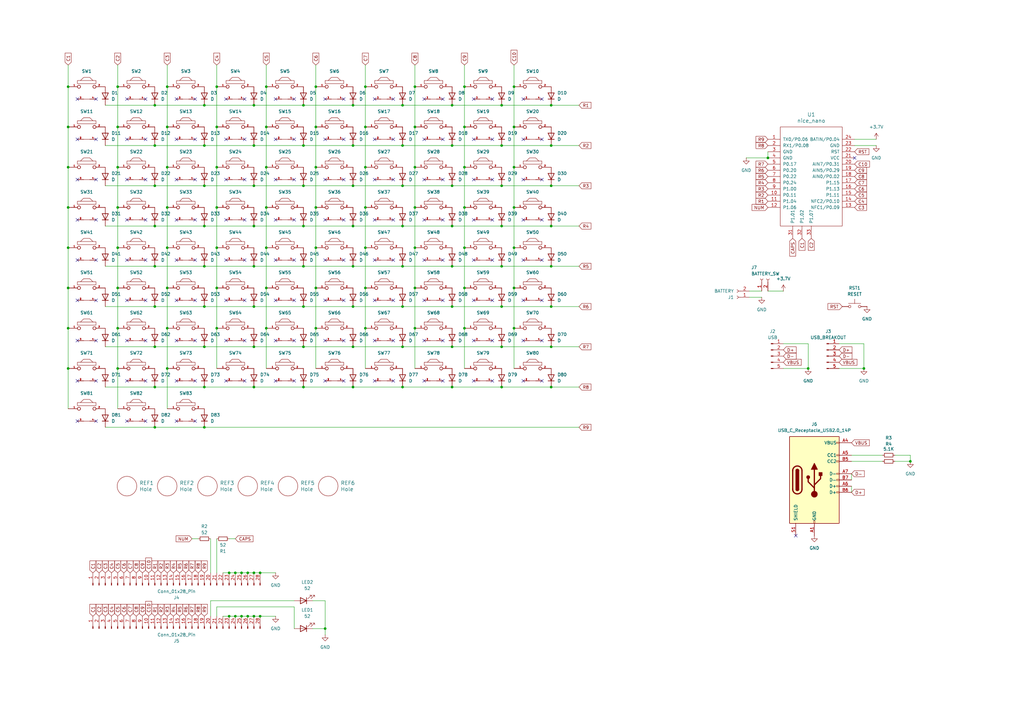
<source format=kicad_sch>
(kicad_sch (version 20231120) (generator "eeschema") (generator_version "8.0")
  (paper "A3")
  (junction (at 226.06 92.71))
  (junction (at 144.78 92.71))
  (junction (at 129.54 118.11))
  (junction (at 205.74 158.75))
  (junction (at 165.1 76.2))
  (junction (at 226.06 158.75))
  (junction (at 104.14 43.18))
  (junction (at 226.06 43.18))
  (junction (at 109.22 85.09))
  (junction (at 27.94 52.07))
  (junction (at 83.82 92.71))
  (junction (at 63.5 76.2))
  (junction (at 185.42 43.18))
  (junction (at 106.68 234.95))
  (junction (at 27.94 85.09))
  (junction (at 88.9 68.58))
  (junction (at 88.9 52.07))
  (junction (at 133.35 257.81))
  (junction (at 205.74 76.2))
  (junction (at 27.94 101.6))
  (junction (at 48.26 68.58))
  (junction (at 170.18 134.62))
  (junction (at 170.18 35.56))
  (junction (at 129.54 68.58))
  (junction (at 88.9 85.09))
  (junction (at 170.18 118.11))
  (junction (at 129.54 85.09))
  (junction (at 83.82 59.69))
  (junction (at 149.86 118.11))
  (junction (at 124.46 43.18))
  (junction (at 185.42 158.75))
  (junction (at 104.14 125.73))
  (junction (at 170.18 52.07))
  (junction (at 149.86 101.6))
  (junction (at 190.5 52.07))
  (junction (at 48.26 118.11))
  (junction (at 205.74 142.24))
  (junction (at 185.42 76.2))
  (junction (at 144.78 158.75))
  (junction (at 190.5 134.62))
  (junction (at 144.78 43.18))
  (junction (at 83.82 76.2))
  (junction (at 104.14 252.73))
  (junction (at 124.46 109.22))
  (junction (at 104.14 59.69))
  (junction (at 165.1 109.22))
  (junction (at 104.14 76.2))
  (junction (at 27.94 118.11))
  (junction (at 83.82 109.22))
  (junction (at 185.42 125.73))
  (junction (at 314.96 64.77))
  (junction (at 68.58 68.58))
  (junction (at 68.58 101.6))
  (junction (at 205.74 109.22))
  (junction (at 129.54 35.56))
  (junction (at 88.9 134.62))
  (junction (at 373.38 189.23))
  (junction (at 124.46 59.69))
  (junction (at 124.46 125.73))
  (junction (at 185.42 142.24))
  (junction (at 226.06 109.22))
  (junction (at 149.86 52.07))
  (junction (at 170.18 68.58))
  (junction (at 48.26 151.13))
  (junction (at 101.6 234.95))
  (junction (at 165.1 59.69))
  (junction (at 124.46 92.71))
  (junction (at 99.06 252.73))
  (junction (at 165.1 92.71))
  (junction (at 48.26 134.62))
  (junction (at 190.5 85.09))
  (junction (at 88.9 101.6))
  (junction (at 83.82 125.73))
  (junction (at 185.42 59.69))
  (junction (at 170.18 85.09))
  (junction (at 63.5 92.71))
  (junction (at 210.82 101.6))
  (junction (at 104.14 109.22))
  (junction (at 99.06 234.95))
  (junction (at 104.14 92.71))
  (junction (at 149.86 68.58))
  (junction (at 48.26 35.56))
  (junction (at 210.82 35.56))
  (junction (at 129.54 101.6))
  (junction (at 165.1 43.18))
  (junction (at 185.42 109.22))
  (junction (at 210.82 118.11))
  (junction (at 165.1 125.73))
  (junction (at 124.46 76.2))
  (junction (at 27.94 151.13))
  (junction (at 190.5 101.6))
  (junction (at 205.74 43.18))
  (junction (at 63.5 158.75))
  (junction (at 68.58 52.07))
  (junction (at 104.14 142.24))
  (junction (at 48.26 85.09))
  (junction (at 27.94 134.62))
  (junction (at 63.5 59.69))
  (junction (at 104.14 234.95))
  (junction (at 170.18 101.6))
  (junction (at 48.26 52.07))
  (junction (at 68.58 35.56))
  (junction (at 165.1 142.24))
  (junction (at 83.82 43.18))
  (junction (at 63.5 125.73))
  (junction (at 149.86 134.62))
  (junction (at 144.78 109.22))
  (junction (at 27.94 68.58))
  (junction (at 63.5 175.26))
  (junction (at 83.82 175.26))
  (junction (at 226.06 76.2))
  (junction (at 144.78 125.73))
  (junction (at 68.58 85.09))
  (junction (at 226.06 142.24))
  (junction (at 83.82 142.24))
  (junction (at 205.74 125.73))
  (junction (at 104.14 158.75))
  (junction (at 144.78 76.2))
  (junction (at 205.74 59.69))
  (junction (at 88.9 118.11))
  (junction (at 129.54 134.62))
  (junction (at 93.98 252.73))
  (junction (at 190.5 35.56))
  (junction (at 93.98 234.95))
  (junction (at 88.9 35.56))
  (junction (at 63.5 43.18))
  (junction (at 68.58 118.11))
  (junction (at 144.78 142.24))
  (junction (at 165.1 158.75))
  (junction (at 109.22 101.6))
  (junction (at 226.06 59.69))
  (junction (at 101.6 252.73))
  (junction (at 210.82 85.09))
  (junction (at 96.52 234.95))
  (junction (at 210.82 68.58))
  (junction (at 354.33 151.13))
  (junction (at 63.5 142.24))
  (junction (at 124.46 142.24))
  (junction (at 124.46 158.75))
  (junction (at 83.82 158.75))
  (junction (at 68.58 151.13))
  (junction (at 68.58 134.62))
  (junction (at 331.47 151.13))
  (junction (at 106.68 252.73))
  (junction (at 205.74 92.71))
  (junction (at 109.22 52.07))
  (junction (at 96.52 252.73))
  (junction (at 144.78 59.69))
  (junction (at 210.82 52.07))
  (junction (at 109.22 68.58))
  (junction (at 149.86 85.09))
  (junction (at 109.22 118.11))
  (junction (at 210.82 134.62))
  (junction (at 48.26 101.6))
  (junction (at 190.5 68.58))
  (junction (at 109.22 134.62))
  (junction (at 63.5 109.22))
  (junction (at 226.06 125.73))
  (junction (at 129.54 52.07))
  (junction (at 109.22 35.56))
  (junction (at 185.42 92.71))
  (junction (at 190.5 118.11))
  (junction (at 27.94 35.56))
  (junction (at 149.86 35.56))
  (no_connect (at 59.69 73.66))
  (no_connect (at 350.52 64.77))
  (no_connect (at 92.71 139.7))
  (no_connect (at 222.25 57.15))
  (no_connect (at 161.29 123.19))
  (no_connect (at 161.29 73.66))
  (no_connect (at 194.31 40.64))
  (no_connect (at 31.75 106.68))
  (no_connect (at 201.93 156.21))
  (no_connect (at 181.61 123.19))
  (no_connect (at 120.65 40.64))
  (no_connect (at 72.39 40.64))
  (no_connect (at 113.03 40.64))
  (no_connect (at 52.07 57.15))
  (no_connect (at 59.69 156.21))
  (no_connect (at 59.69 106.68))
  (no_connect (at 153.67 40.64))
  (no_connect (at 201.93 90.17))
  (no_connect (at 31.75 57.15))
  (no_connect (at 140.97 90.17))
  (no_connect (at 173.99 139.7))
  (no_connect (at 222.25 73.66))
  (no_connect (at 92.71 106.68))
  (no_connect (at 173.99 90.17))
  (no_connect (at 72.39 57.15))
  (no_connect (at 39.37 156.21))
  (no_connect (at 52.07 40.64))
  (no_connect (at 161.29 40.64))
  (no_connect (at 194.31 90.17))
  (no_connect (at 214.63 123.19))
  (no_connect (at 92.71 90.17))
  (no_connect (at 52.07 106.68))
  (no_connect (at 133.35 106.68))
  (no_connect (at 133.35 156.21))
  (no_connect (at 181.61 73.66))
  (no_connect (at 140.97 73.66))
  (no_connect (at 222.25 106.68))
  (no_connect (at 31.75 172.72))
  (no_connect (at 194.31 139.7))
  (no_connect (at 173.99 73.66))
  (no_connect (at 181.61 139.7))
  (no_connect (at 39.37 106.68))
  (no_connect (at 153.67 139.7))
  (no_connect (at 92.71 40.64))
  (no_connect (at 31.75 90.17))
  (no_connect (at 31.75 123.19))
  (no_connect (at 181.61 57.15))
  (no_connect (at 214.63 40.64))
  (no_connect (at 59.69 57.15))
  (no_connect (at 173.99 40.64))
  (no_connect (at 59.69 172.72))
  (no_connect (at 201.93 73.66))
  (no_connect (at 100.33 73.66))
  (no_connect (at 173.99 106.68))
  (no_connect (at 72.39 139.7))
  (no_connect (at 201.93 40.64))
  (no_connect (at 59.69 123.19))
  (no_connect (at 92.71 57.15))
  (no_connect (at 72.39 123.19))
  (no_connect (at 113.03 73.66))
  (no_connect (at 140.97 40.64))
  (no_connect (at 161.29 57.15))
  (no_connect (at 113.03 57.15))
  (no_connect (at 120.65 73.66))
  (no_connect (at 120.65 139.7))
  (no_connect (at 173.99 57.15))
  (no_connect (at 201.93 106.68))
  (no_connect (at 120.65 57.15))
  (no_connect (at 113.03 123.19))
  (no_connect (at 31.75 73.66))
  (no_connect (at 39.37 73.66))
  (no_connect (at 222.25 123.19))
  (no_connect (at 161.29 106.68))
  (no_connect (at 113.03 106.68))
  (no_connect (at 52.07 90.17))
  (no_connect (at 214.63 139.7))
  (no_connect (at 80.01 57.15))
  (no_connect (at 59.69 40.64))
  (no_connect (at 80.01 139.7))
  (no_connect (at 140.97 123.19))
  (no_connect (at 140.97 156.21))
  (no_connect (at 194.31 156.21))
  (no_connect (at 133.35 57.15))
  (no_connect (at 222.25 90.17))
  (no_connect (at 214.63 73.66))
  (no_connect (at 59.69 90.17))
  (no_connect (at 52.07 139.7))
  (no_connect (at 100.33 57.15))
  (no_connect (at 80.01 73.66))
  (no_connect (at 52.07 73.66))
  (no_connect (at 153.67 156.21))
  (no_connect (at 181.61 156.21))
  (no_connect (at 72.39 106.68))
  (no_connect (at 326.39 219.71))
  (no_connect (at 201.93 123.19))
  (no_connect (at 161.29 90.17))
  (no_connect (at 153.67 57.15))
  (no_connect (at 31.75 139.7))
  (no_connect (at 100.33 90.17))
  (no_connect (at 92.71 123.19))
  (no_connect (at 153.67 106.68))
  (no_connect (at 39.37 139.7))
  (no_connect (at 161.29 156.21))
  (no_connect (at 181.61 90.17))
  (no_connect (at 133.35 139.7))
  (no_connect (at 92.71 156.21))
  (no_connect (at 214.63 106.68))
  (no_connect (at 194.31 57.15))
  (no_connect (at 31.75 40.64))
  (no_connect (at 120.65 156.21))
  (no_connect (at 201.93 57.15))
  (no_connect (at 222.25 40.64))
  (no_connect (at 100.33 40.64))
  (no_connect (at 39.37 90.17))
  (no_connect (at 113.03 156.21))
  (no_connect (at 80.01 90.17))
  (no_connect (at 113.03 139.7))
  (no_connect (at 173.99 156.21))
  (no_connect (at 39.37 40.64))
  (no_connect (at 181.61 40.64))
  (no_connect (at 194.31 73.66))
  (no_connect (at 59.69 139.7))
  (no_connect (at 52.07 172.72))
  (no_connect (at 153.67 123.19))
  (no_connect (at 72.39 172.72))
  (no_connect (at 52.07 123.19))
  (no_connect (at 100.33 123.19))
  (no_connect (at 39.37 123.19))
  (no_connect (at 52.07 156.21))
  (no_connect (at 80.01 123.19))
  (no_connect (at 222.25 156.21))
  (no_connect (at 80.01 172.72))
  (no_connect (at 31.75 156.21))
  (no_connect (at 120.65 90.17))
  (no_connect (at 133.35 73.66))
  (no_connect (at 194.31 123.19))
  (no_connect (at 39.37 172.72))
  (no_connect (at 222.25 139.7))
  (no_connect (at 100.33 156.21))
  (no_connect (at 80.01 156.21))
  (no_connect (at 39.37 57.15))
  (no_connect (at 133.35 123.19))
  (no_connect (at 80.01 106.68))
  (no_connect (at 92.71 73.66))
  (no_connect (at 161.29 139.7))
  (no_connect (at 72.39 156.21))
  (no_connect (at 72.39 73.66))
  (no_connect (at 173.99 123.19))
  (no_connect (at 140.97 106.68))
  (no_connect (at 133.35 90.17))
  (no_connect (at 140.97 57.15))
  (no_connect (at 214.63 57.15))
  (no_connect (at 214.63 90.17))
  (no_connect (at 181.61 106.68))
  (no_connect (at 80.01 40.64))
  (no_connect (at 153.67 90.17))
  (no_connect (at 201.93 139.7))
  (no_connect (at 120.65 106.68))
  (no_connect (at 120.65 123.19))
  (no_connect (at 113.03 90.17))
  (no_connect (at 100.33 139.7))
  (no_connect (at 140.97 139.7))
  (no_connect (at 100.33 106.68))
  (no_connect (at 214.63 156.21))
  (no_connect (at 153.67 73.66))
  (no_connect (at 133.35 40.64))
  (no_connect (at 72.39 90.17))
  (no_connect (at 194.31 106.68))
  (wire (pts (xy 331.47 151.13) (xy 331.47 140.97)))
  (wire (pts (xy 205.74 109.22) (xy 226.06 109.22)))
  (wire (pts (xy 149.86 26.67) (xy 149.86 35.56)))
  (wire (pts (xy 165.1 125.73) (xy 185.42 125.73)))
  (wire (pts (xy 27.94 118.11) (xy 27.94 134.62)))
  (wire (pts (xy 27.94 134.62) (xy 27.94 151.13)))
  (wire (pts (xy 129.54 35.56) (xy 129.54 52.07)))
  (wire (pts (xy 27.94 151.13) (xy 27.94 167.64)))
  (wire (pts (xy 149.86 134.62) (xy 149.86 151.13)))
  (wire (pts (xy 48.26 85.09) (xy 48.26 101.6)))
  (wire (pts (xy 43.18 43.18) (xy 63.5 43.18)))
  (wire (pts (xy 63.5 142.24) (xy 83.82 142.24)))
  (wire (pts (xy 68.58 35.56) (xy 68.58 52.07)))
  (wire (pts (xy 314.96 62.23) (xy 314.96 64.77)))
  (wire (pts (xy 133.35 257.81) (xy 133.35 260.35)))
  (wire (pts (xy 185.42 142.24) (xy 205.74 142.24)))
  (wire (pts (xy 124.46 76.2) (xy 144.78 76.2)))
  (wire (pts (xy 359.41 59.69) (xy 350.52 59.69)))
  (wire (pts (xy 104.14 43.18) (xy 124.46 43.18)))
  (wire (pts (xy 210.82 134.62) (xy 210.82 151.13)))
  (wire (pts (xy 170.18 68.58) (xy 170.18 85.09)))
  (wire (pts (xy 104.14 59.69) (xy 124.46 59.69)))
  (wire (pts (xy 104.14 76.2) (xy 124.46 76.2)))
  (wire (pts (xy 205.74 125.73) (xy 226.06 125.73)))
  (wire (pts (xy 68.58 68.58) (xy 68.58 85.09)))
  (wire (pts (xy 149.86 85.09) (xy 149.86 101.6)))
  (wire (pts (xy 144.78 92.71) (xy 165.1 92.71)))
  (wire (pts (xy 83.82 158.75) (xy 104.14 158.75)))
  (wire (pts (xy 68.58 85.09) (xy 68.58 101.6)))
  (wire (pts (xy 331.47 140.97) (xy 321.31 140.97)))
  (wire (pts (xy 48.26 118.11) (xy 48.26 134.62)))
  (wire (pts (xy 190.5 85.09) (xy 190.5 101.6)))
  (wire (pts (xy 129.54 52.07) (xy 129.54 68.58)))
  (wire (pts (xy 165.1 43.18) (xy 185.42 43.18)))
  (wire (pts (xy 63.5 92.71) (xy 83.82 92.71)))
  (wire (pts (xy 43.18 158.75) (xy 63.5 158.75)))
  (wire (pts (xy 48.26 68.58) (xy 48.26 85.09)))
  (wire (pts (xy 109.22 68.58) (xy 109.22 85.09)))
  (wire (pts (xy 306.07 64.77) (xy 314.96 64.77)))
  (wire (pts (xy 83.82 125.73) (xy 104.14 125.73)))
  (wire (pts (xy 133.35 257.81) (xy 128.27 257.81)))
  (wire (pts (xy 113.03 234.95) (xy 106.68 234.95)))
  (wire (pts (xy 48.26 26.67) (xy 48.26 35.56)))
  (wire (pts (xy 133.35 246.38) (xy 128.27 246.38)))
  (wire (pts (xy 109.22 52.07) (xy 109.22 68.58)))
  (wire (pts (xy 373.38 186.69) (xy 367.03 186.69)))
  (wire (pts (xy 88.9 220.98) (xy 88.9 234.95)))
  (wire (pts (xy 149.86 35.56) (xy 149.86 52.07)))
  (wire (pts (xy 210.82 101.6) (xy 210.82 118.11)))
  (wire (pts (xy 129.54 85.09) (xy 129.54 101.6)))
  (wire (pts (xy 104.14 234.95) (xy 106.68 234.95)))
  (wire (pts (xy 149.86 52.07) (xy 149.86 68.58)))
  (wire (pts (xy 68.58 26.67) (xy 68.58 35.56)))
  (wire (pts (xy 165.1 109.22) (xy 185.42 109.22)))
  (wire (pts (xy 149.86 68.58) (xy 149.86 85.09)))
  (wire (pts (xy 170.18 85.09) (xy 170.18 101.6)))
  (wire (pts (xy 354.33 151.13) (xy 354.33 140.97)))
  (wire (pts (xy 63.5 158.75) (xy 83.82 158.75)))
  (wire (pts (xy 185.42 59.69) (xy 205.74 59.69)))
  (wire (pts (xy 63.5 125.73) (xy 83.82 125.73)))
  (wire (pts (xy 83.82 142.24) (xy 104.14 142.24)))
  (wire (pts (xy 129.54 101.6) (xy 129.54 118.11)))
  (wire (pts (xy 101.6 252.73) (xy 104.14 252.73)))
  (wire (pts (xy 367.03 189.23) (xy 373.38 189.23)))
  (wire (pts (xy 83.82 109.22) (xy 104.14 109.22)))
  (wire (pts (xy 205.74 142.24) (xy 226.06 142.24)))
  (wire (pts (xy 144.78 125.73) (xy 165.1 125.73)))
  (wire (pts (xy 104.14 92.71) (xy 124.46 92.71)))
  (wire (pts (xy 27.94 35.56) (xy 27.94 52.07)))
  (wire (pts (xy 170.18 118.11) (xy 170.18 134.62)))
  (wire (pts (xy 93.98 234.95) (xy 96.52 234.95)))
  (wire (pts (xy 205.74 43.18) (xy 226.06 43.18)))
  (wire (pts (xy 361.95 189.23) (xy 349.25 189.23)))
  (wire (pts (xy 88.9 68.58) (xy 88.9 85.09)))
  (wire (pts (xy 43.18 175.26) (xy 63.5 175.26)))
  (wire (pts (xy 124.46 158.75) (xy 144.78 158.75)))
  (wire (pts (xy 43.18 125.73) (xy 63.5 125.73)))
  (wire (pts (xy 190.5 52.07) (xy 190.5 68.58)))
  (wire (pts (xy 63.5 109.22) (xy 83.82 109.22)))
  (wire (pts (xy 170.18 35.56) (xy 170.18 52.07)))
  (wire (pts (xy 101.6 234.95) (xy 104.14 234.95)))
  (wire (pts (xy 63.5 76.2) (xy 83.82 76.2)))
  (wire (pts (xy 124.46 109.22) (xy 144.78 109.22)))
  (wire (pts (xy 190.5 118.11) (xy 190.5 134.62)))
  (wire (pts (xy 190.5 134.62) (xy 190.5 151.13)))
  (wire (pts (xy 109.22 26.67) (xy 109.22 35.56)))
  (wire (pts (xy 226.06 109.22) (xy 237.49 109.22)))
  (wire (pts (xy 120.65 257.81) (xy 120.65 248.92)))
  (wire (pts (xy 205.74 59.69) (xy 226.06 59.69)))
  (wire (pts (xy 226.06 92.71) (xy 237.49 92.71)))
  (wire (pts (xy 88.9 35.56) (xy 88.9 52.07)))
  (wire (pts (xy 165.1 158.75) (xy 185.42 158.75)))
  (wire (pts (xy 88.9 26.67) (xy 88.9 35.56)))
  (wire (pts (xy 88.9 85.09) (xy 88.9 101.6)))
  (wire (pts (xy 91.44 252.73) (xy 93.98 252.73)))
  (wire (pts (xy 129.54 118.11) (xy 129.54 134.62)))
  (wire (pts (xy 144.78 76.2) (xy 165.1 76.2)))
  (wire (pts (xy 129.54 68.58) (xy 129.54 85.09)))
  (wire (pts (xy 99.06 234.95) (xy 101.6 234.95)))
  (wire (pts (xy 48.26 52.07) (xy 48.26 68.58)))
  (wire (pts (xy 205.74 76.2) (xy 226.06 76.2)))
  (wire (pts (xy 312.42 121.92) (xy 307.34 121.92)))
  (wire (pts (xy 48.26 151.13) (xy 48.26 167.64)))
  (wire (pts (xy 68.58 134.62) (xy 68.58 151.13)))
  (wire (pts (xy 83.82 59.69) (xy 104.14 59.69)))
  (wire (pts (xy 226.06 59.69) (xy 237.49 59.69)))
  (wire (pts (xy 104.14 142.24) (xy 124.46 142.24)))
  (wire (pts (xy 185.42 76.2) (xy 205.74 76.2)))
  (wire (pts (xy 359.41 57.15) (xy 350.52 57.15)))
  (wire (pts (xy 27.94 68.58) (xy 27.94 85.09)))
  (wire (pts (xy 210.82 26.67) (xy 210.82 35.56)))
  (wire (pts (xy 83.82 175.26) (xy 237.49 175.26)))
  (wire (pts (xy 144.78 109.22) (xy 165.1 109.22)))
  (wire (pts (xy 149.86 118.11) (xy 149.86 134.62)))
  (wire (pts (xy 210.82 35.56) (xy 210.82 52.07)))
  (wire (pts (xy 68.58 101.6) (xy 68.58 118.11)))
  (wire (pts (xy 48.26 101.6) (xy 48.26 118.11)))
  (wire (pts (xy 185.42 43.18) (xy 205.74 43.18)))
  (wire (pts (xy 124.46 125.73) (xy 144.78 125.73)))
  (wire (pts (xy 185.42 125.73) (xy 205.74 125.73)))
  (wire (pts (xy 149.86 101.6) (xy 149.86 118.11)))
  (wire (pts (xy 43.18 109.22) (xy 63.5 109.22)))
  (wire (pts (xy 83.82 92.71) (xy 104.14 92.71)))
  (wire (pts (xy 27.94 85.09) (xy 27.94 101.6)))
  (wire (pts (xy 120.65 248.92) (xy 88.9 248.92)))
  (wire (pts (xy 109.22 35.56) (xy 109.22 52.07)))
  (wire (pts (xy 210.82 68.58) (xy 210.82 85.09)))
  (wire (pts (xy 165.1 142.24) (xy 185.42 142.24)))
  (wire (pts (xy 88.9 248.92) (xy 88.9 252.73)))
  (wire (pts (xy 190.5 26.67) (xy 190.5 35.56)))
  (wire (pts (xy 226.06 43.18) (xy 237.49 43.18)))
  (wire (pts (xy 205.74 92.71) (xy 226.06 92.71)))
  (wire (pts (xy 27.94 26.67) (xy 27.94 35.56)))
  (wire (pts (xy 93.98 252.73) (xy 96.52 252.73)))
  (wire (pts (xy 321.31 119.38) (xy 314.96 119.38)))
  (wire (pts (xy 43.18 59.69) (xy 63.5 59.69)))
  (wire (pts (xy 165.1 92.71) (xy 185.42 92.71)))
  (wire (pts (xy 185.42 109.22) (xy 205.74 109.22)))
  (wire (pts (xy 190.5 68.58) (xy 190.5 85.09)))
  (wire (pts (xy 83.82 43.18) (xy 104.14 43.18)))
  (wire (pts (xy 190.5 101.6) (xy 190.5 118.11)))
  (wire (pts (xy 349.25 199.39) (xy 349.25 201.93)))
  (wire (pts (xy 210.82 118.11) (xy 210.82 134.62)))
  (wire (pts (xy 349.25 194.31) (xy 349.25 196.85)))
  (wire (pts (xy 120.65 246.38) (xy 86.36 246.38)))
  (wire (pts (xy 321.31 151.13) (xy 331.47 151.13)))
  (wire (pts (xy 27.94 52.07) (xy 27.94 68.58)))
  (wire (pts (xy 83.82 76.2) (xy 104.14 76.2)))
  (wire (pts (xy 205.74 158.75) (xy 226.06 158.75)))
  (wire (pts (xy 48.26 134.62) (xy 48.26 151.13)))
  (wire (pts (xy 96.52 234.95) (xy 99.06 234.95)))
  (wire (pts (xy 43.18 142.24) (xy 63.5 142.24)))
  (wire (pts (xy 48.26 35.56) (xy 48.26 52.07)))
  (wire (pts (xy 63.5 175.26) (xy 83.82 175.26)))
  (wire (pts (xy 63.5 59.69) (xy 83.82 59.69)))
  (wire (pts (xy 226.06 158.75) (xy 237.49 158.75)))
  (wire (pts (xy 144.78 43.18) (xy 165.1 43.18)))
  (wire (pts (xy 124.46 43.18) (xy 144.78 43.18)))
  (wire (pts (xy 109.22 118.11) (xy 109.22 134.62)))
  (wire (pts (xy 165.1 59.69) (xy 185.42 59.69)))
  (wire (pts (xy 124.46 92.71) (xy 144.78 92.71)))
  (wire (pts (xy 133.35 257.81) (xy 133.35 246.38)))
  (wire (pts (xy 109.22 134.62) (xy 109.22 151.13)))
  (wire (pts (xy 165.1 76.2) (xy 185.42 76.2)))
  (wire (pts (xy 226.06 142.24) (xy 237.49 142.24)))
  (wire (pts (xy 170.18 134.62) (xy 170.18 151.13)))
  (wire (pts (xy 78.74 220.98) (xy 81.28 220.98)))
  (wire (pts (xy 373.38 189.23) (xy 373.38 186.69)))
  (wire (pts (xy 170.18 52.07) (xy 170.18 68.58)))
  (wire (pts (xy 86.36 220.98) (xy 86.36 234.95)))
  (wire (pts (xy 344.17 151.13) (xy 354.33 151.13)))
  (wire (pts (xy 210.82 85.09) (xy 210.82 101.6)))
  (wire (pts (xy 109.22 101.6) (xy 109.22 118.11)))
  (wire (pts (xy 27.94 101.6) (xy 27.94 118.11)))
  (wire (pts (xy 361.95 186.69) (xy 349.25 186.69)))
  (wire (pts (xy 124.46 142.24) (xy 144.78 142.24)))
  (wire (pts (xy 210.82 52.07) (xy 210.82 68.58)))
  (wire (pts (xy 68.58 52.07) (xy 68.58 68.58)))
  (wire (pts (xy 63.5 43.18) (xy 83.82 43.18)))
  (wire (pts (xy 129.54 134.62) (xy 129.54 151.13)))
  (wire (pts (xy 88.9 101.6) (xy 88.9 118.11)))
  (wire (pts (xy 88.9 52.07) (xy 88.9 68.58)))
  (wire (pts (xy 226.06 76.2) (xy 237.49 76.2)))
  (wire (pts (xy 144.78 142.24) (xy 165.1 142.24)))
  (wire (pts (xy 43.18 92.71) (xy 63.5 92.71)))
  (wire (pts (xy 68.58 151.13) (xy 68.58 167.64)))
  (wire (pts (xy 68.58 118.11) (xy 68.58 134.62)))
  (wire (pts (xy 170.18 26.67) (xy 170.18 35.56)))
  (wire (pts (xy 99.06 252.73) (xy 101.6 252.73)))
  (wire (pts (xy 113.03 252.73) (xy 106.68 252.73)))
  (wire (pts (xy 104.14 158.75) (xy 124.46 158.75)))
  (wire (pts (xy 43.18 76.2) (xy 63.5 76.2)))
  (wire (pts (xy 185.42 158.75) (xy 205.74 158.75)))
  (wire (pts (xy 354.33 140.97) (xy 344.17 140.97)))
  (wire (pts (xy 104.14 125.73) (xy 124.46 125.73)))
  (wire (pts (xy 96.52 220.98) (xy 93.98 220.98)))
  (wire (pts (xy 312.42 119.38) (xy 307.34 119.38)))
  (wire (pts (xy 226.06 125.73) (xy 237.49 125.73)))
  (wire (pts (xy 190.5 35.56) (xy 190.5 52.07)))
  (wire (pts (xy 88.9 118.11) (xy 88.9 134.62)))
  (wire (pts (xy 144.78 158.75) (xy 165.1 158.75)))
  (wire (pts (xy 88.9 134.62) (xy 88.9 151.13)))
  (wire (pts (xy 144.78 59.69) (xy 165.1 59.69)))
  (wire (pts (xy 91.44 234.95) (xy 93.98 234.95)))
  (wire (pts (xy 104.14 252.73) (xy 106.68 252.73)))
  (wire (pts (xy 129.54 26.67) (xy 129.54 35.56)))
  (wire (pts (xy 109.22 85.09) (xy 109.22 101.6)))
  (wire (pts (xy 170.18 101.6) (xy 170.18 118.11)))
  (wire (pts (xy 104.14 109.22) (xy 124.46 109.22)))
  (wire (pts (xy 124.46 59.69) (xy 144.78 59.69)))
  (wire (pts (xy 86.36 246.38) (xy 86.36 252.73)))
  (wire (pts (xy 96.52 252.73) (xy 99.06 252.73)))
  (wire (pts (xy 185.42 92.71) (xy 205.74 92.71)))
  (global_label "R7" (shape input) (at 78.74 252.73 90) (property "Intersheetrefs" "${INTERSHEET_REFS}" (effects (hide yes))))
  (global_label "C2" (shape input) (at 48.26 26.67 90) (property "Intersheetrefs" "${INTERSHEET_REFS}" (effects (hide yes))))
  (global_label "R2" (shape input) (at 66.04 234.95 90) (property "Intersheetrefs" "${INTERSHEET_REFS}" (effects (hide yes))))
  (global_label "C10" (shape input) (at 350.52 67.31 0) (property "Intersheetrefs" "${INTERSHEET_REFS}" (effects (hide yes))))
  (global_label "R2" (shape input) (at 314.96 80.01 180) (property "Intersheetrefs" "${INTERSHEET_REFS}" (effects (hide yes))))
  (global_label "C9" (shape input) (at 190.5 26.67 90) (property "Intersheetrefs" "${INTERSHEET_REFS}" (effects (hide yes))))
  (global_label "RST" (shape input) (at 350.52 62.23 0) (property "Intersheetrefs" "${INTERSHEET_REFS}" (effects (hide yes))))
  (global_label "CAPS" (shape input) (at 325.12 97.79 270) (property "Intersheetrefs" "${INTERSHEET_REFS}" (effects (hide yes))))
  (global_label "R8" (shape input) (at 314.96 59.69 180) (property "Intersheetrefs" "${INTERSHEET_REFS}" (effects (hide yes))))
  (global_label "C3" (shape input) (at 43.18 234.95 90) (property "Intersheetrefs" "${INTERSHEET_REFS}" (effects (hide yes))))
  (global_label "C5" (shape input) (at 48.26 252.73 90) (property "Intersheetrefs" "${INTERSHEET_REFS}" (effects (hide yes))))
  (global_label "R4" (shape input) (at 71.12 252.73 90) (property "Intersheetrefs" "${INTERSHEET_REFS}" (effects (hide yes))))
  (global_label "C1" (shape input) (at 38.1 252.73 90) (property "Intersheetrefs" "${INTERSHEET_REFS}" (effects (hide yes))))
  (global_label "C4" (shape input) (at 45.72 252.73 90) (property "Intersheetrefs" "${INTERSHEET_REFS}" (effects (hide yes))))
  (global_label "R1" (shape input) (at 63.5 234.95 90) (property "Intersheetrefs" "${INTERSHEET_REFS}" (effects (hide yes))))
  (global_label "C2" (shape input) (at 40.64 252.73 90) (property "Intersheetrefs" "${INTERSHEET_REFS}" (effects (hide yes))))
  (global_label "C10" (shape input) (at 210.82 26.67 90) (property "Intersheetrefs" "${INTERSHEET_REFS}" (effects (hide yes))))
  (global_label "C9" (shape input) (at 58.42 234.95 90) (property "Intersheetrefs" "${INTERSHEET_REFS}" (effects (hide yes))))
  (global_label "R1" (shape input) (at 63.5 252.73 90) (property "Intersheetrefs" "${INTERSHEET_REFS}" (effects (hide yes))))
  (global_label "R5" (shape input) (at 73.66 252.73 90) (property "Intersheetrefs" "${INTERSHEET_REFS}" (effects (hide yes))))
  (global_label "VBUS" (shape input) (at 344.17 148.59 0) (property "Intersheetrefs" "${INTERSHEET_REFS}" (effects (hide yes))))
  (global_label "R1" (shape input) (at 314.96 82.55 180) (property "Intersheetrefs" "${INTERSHEET_REFS}" (effects (hide yes))))
  (global_label "C7" (shape input) (at 149.86 26.67 90) (property "Intersheetrefs" "${INTERSHEET_REFS}" (effects (hide yes))))
  (global_label "D-" (shape input) (at 321.31 146.05 0) (property "Intersheetrefs" "${INTERSHEET_REFS}" (effects (hide yes))))
  (global_label "CAPS" (shape input) (at 96.52 220.98 0) (property "Intersheetrefs" "${INTERSHEET_REFS}" (effects (hide yes))))
  (global_label "R3" (shape input) (at 68.58 234.95 90) (property "Intersheetrefs" "${INTERSHEET_REFS}" (effects (hide yes))))
  (global_label "NUM" (shape input) (at 314.96 85.09 180) (property "Intersheetrefs" "${INTERSHEET_REFS}" (effects (hide yes))))
  (global_label "C2" (shape input) (at 40.64 234.95 90) (property "Intersheetrefs" "${INTERSHEET_REFS}" (effects (hide yes))))
  (global_label "VBUS" (shape input) (at 349.25 181.61 0) (property "Intersheetrefs" "${INTERSHEET_REFS}" (effects (hide yes))))
  (global_label "R2" (shape input) (at 66.04 252.73 90) (property "Intersheetrefs" "${INTERSHEET_REFS}" (effects (hide yes))))
  (global_label "R5" (shape input) (at 73.66 234.95 90) (property "Intersheetrefs" "${INTERSHEET_REFS}" (effects (hide yes))))
  (global_label "R4" (shape input) (at 314.96 74.93 180) (property "Intersheetrefs" "${INTERSHEET_REFS}" (effects (hide yes))))
  (global_label "D+" (shape input) (at 344.17 143.51 0) (property "Intersheetrefs" "${INTERSHEET_REFS}" (effects (hide yes))))
  (global_label "C3" (shape input) (at 350.52 85.09 0) (property "Intersheetrefs" "${INTERSHEET_REFS}" (effects (hide yes))))
  (global_label "R9" (shape input) (at 314.96 57.15 180) (property "Intersheetrefs" "${INTERSHEET_REFS}" (effects (hide yes))))
  (global_label "R9" (shape input) (at 83.82 234.95 90) (property "Intersheetrefs" "${INTERSHEET_REFS}" (effects (hide yes))))
  (global_label "C1" (shape input) (at 27.94 26.67 90) (property "Intersheetrefs" "${INTERSHEET_REFS}" (effects (hide yes))))
  (global_label "RST" (shape input) (at 345.44 125.73 180) (property "Intersheetrefs" "${INTERSHEET_REFS}" (effects (hide yes))))
  (global_label "C8" (shape input) (at 55.88 234.95 90) (property "Intersheetrefs" "${INTERSHEET_REFS}" (effects (hide yes))))
  (global_label "NUM" (shape input) (at 78.74 220.98 180) (property "Intersheetrefs" "${INTERSHEET_REFS}" (effects (hide yes))))
  (global_label "R2" (shape input) (at 237.49 59.69 0) (property "Intersheetrefs" "${INTERSHEET_REFS}" (effects (hide yes))))
  (global_label "D-" (shape input) (at 344.17 146.05 0) (property "Intersheetrefs" "${INTERSHEET_REFS}" (effects (hide yes))))
  (global_label "C5" (shape input) (at 109.22 26.67 90) (property "Intersheetrefs" "${INTERSHEET_REFS}" (effects (hide yes))))
  (global_label "C6" (shape input) (at 50.8 252.73 90) (property "Intersheetrefs" "${INTERSHEET_REFS}" (effects (hide yes))))
  (global_label "R7" (shape input) (at 237.49 142.24 0) (property "Intersheetrefs" "${INTERSHEET_REFS}" (effects (hide yes))))
  (global_label "C7" (shape input) (at 350.52 74.93 0) (property "Intersheetrefs" "${INTERSHEET_REFS}" (effects (hide yes))))
  (global_label "D+" (shape input) (at 349.25 201.93 0) (property "Intersheetrefs" "${INTERSHEET_REFS}" (effects (hide yes))))
  (global_label "R8" (shape input) (at 81.28 234.95 90) (property "Intersheetrefs" "${INTERSHEET_REFS}" (effects (hide yes))))
  (global_label "R6" (shape input) (at 76.2 234.95 90) (property "Intersheetrefs" "${INTERSHEET_REFS}" (effects (hide yes))))
  (global_label "R4" (shape input) (at 237.49 92.71 0) (property "Intersheetrefs" "${INTERSHEET_REFS}" (effects (hide yes))))
  (global_label "D+" (shape input) (at 321.31 143.51 0) (property "Intersheetrefs" "${INTERSHEET_REFS}" (effects (hide yes))))
  (global_label "C3" (shape input) (at 43.18 252.73 90) (property "Intersheetrefs" "${INTERSHEET_REFS}" (effects (hide yes))))
  (global_label "C5" (shape input) (at 350.52 80.01 0) (property "Intersheetrefs" "${INTERSHEET_REFS}" (effects (hide yes))))
  (global_label "R3" (shape input) (at 237.49 76.2 0) (property "Intersheetrefs" "${INTERSHEET_REFS}" (effects (hide yes))))
  (global_label "C4" (shape input) (at 350.52 82.55 0) (property "Intersheetrefs" "${INTERSHEET_REFS}" (effects (hide yes))))
  (global_label "R6" (shape input) (at 237.49 125.73 0) (property "Intersheetrefs" "${INTERSHEET_REFS}" (effects (hide yes))))
  (global_label "C10" (shape input) (at 60.96 252.73 90) (property "Intersheetrefs" "${INTERSHEET_REFS}" (effects (hide yes))))
  (global_label "C8" (shape input) (at 55.88 252.73 90) (property "Intersheetrefs" "${INTERSHEET_REFS}" (effects (hide yes))))
  (global_label "R6" (shape input) (at 76.2 252.73 90) (property "Intersheetrefs" "${INTERSHEET_REFS}" (effects (hide yes))))
  (global_label "C4" (shape input) (at 88.9 26.67 90) (property "Intersheetrefs" "${INTERSHEET_REFS}" (effects (hide yes))))
  (global_label "R9" (shape input) (at 83.82 252.73 90) (property "Intersheetrefs" "${INTERSHEET_REFS}" (effects (hide yes))))
  (global_label "R3" (shape input) (at 314.96 77.47 180) (property "Intersheetrefs" "${INTERSHEET_REFS}" (effects (hide yes))))
  (global_label "R1" (shape input) (at 237.49 43.18 0) (property "Intersheetrefs" "${INTERSHEET_REFS}" (effects (hide yes))))
  (global_label "R4" (shape input) (at 71.12 234.95 90) (property "Intersheetrefs" "${INTERSHEET_REFS}" (effects (hide yes))))
  (global_label "R5" (shape input) (at 237.49 109.22 0) (property "Intersheetrefs" "${INTERSHEET_REFS}" (effects (hide yes))))
  (global_label "C10" (shape input) (at 60.96 234.95 90) (property "Intersheetrefs" "${INTERSHEET_REFS}" (effects (hide yes))))
  (global_label "VBUS" (shape input) (at 321.31 148.59 0) (property "Intersheetrefs" "${INTERSHEET_REFS}" (effects (hide yes))))
  (global_label "R9" (shape input) (at 237.49 175.26 0) (property "Intersheetrefs" "${INTERSHEET_REFS}" (effects (hide yes))))
  (global_label "C4" (shape input) (at 45.72 234.95 90) (property "Intersheetrefs" "${INTERSHEET_REFS}" (effects (hide yes))))
  (global_label "C9" (shape input) (at 58.42 252.73 90) (property "Intersheetrefs" "${INTERSHEET_REFS}" (effects (hide yes))))
  (global_label "C6" (shape input) (at 350.52 77.47 0) (property "Intersheetrefs" "${INTERSHEET_REFS}" (effects (hide yes))))
  (global_label "C9" (shape input) (at 350.52 69.85 0) (property "Intersheetrefs" "${INTERSHEET_REFS}" (effects (hide yes))))
  (global_label "C7" (shape input) (at 53.34 234.95 90) (property "Intersheetrefs" "${INTERSHEET_REFS}" (effects (hide yes))))
  (global_label "R3" (shape input) (at 68.58 252.73 90) (property "Intersheetrefs" "${INTERSHEET_REFS}" (effects (hide yes))))
  (global_label "R8" (shape input) (at 81.28 252.73 90) (property "Intersheetrefs" "${INTERSHEET_REFS}" (effects (hide yes))))
  (global_label "R7" (shape input) (at 314.96 67.31 180) (property "Intersheetrefs" "${INTERSHEET_REFS}" (effects (hide yes))))
  (global_label "C8" (shape input) (at 170.18 26.67 90) (property "Intersheetrefs" "${INTERSHEET_REFS}" (effects (hide yes))))
  (global_label "R6" (shape input) (at 314.96 69.85 180) (property "Intersheetrefs" "${INTERSHEET_REFS}" (effects (hide yes))))
  (global_label "C6" (shape input) (at 50.8 234.95 90) (property "Intersheetrefs" "${INTERSHEET_REFS}" (effects (hide yes))))
  (global_label "C3" (shape input) (at 68.58 26.67 90) (property "Intersheetrefs" "${INTERSHEET_REFS}" (effects (hide yes))))
  (global_label "R5" (shape input) (at 314.96 72.39 180) (property "Intersheetrefs" "${INTERSHEET_REFS}" (effects (hide yes))))
  (global_label "C7" (shape input) (at 53.34 252.73 90) (property "Intersheetrefs" "${INTERSHEET_REFS}" (effects (hide yes))))
  (global_label "C8" (shape input) (at 350.52 72.39 0) (property "Intersheetrefs" "${INTERSHEET_REFS}" (effects (hide yes))))
  (global_label "C6" (shape input) (at 129.54 26.67 90) (property "Intersheetrefs" "${INTERSHEET_REFS}" (effects (hide yes))))
  (global_label "C1" (shape input) (at 38.1 234.95 90) (property "Intersheetrefs" "${INTERSHEET_REFS}" (effects (hide yes))))
  (global_label "R8" (shape input) (at 237.49 158.75 0) (property "Intersheetrefs" "${INTERSHEET_REFS}" (effects (hide yes))))
  (global_label "C2" (shape input) (at 332.74 97.79 270) (property "Intersheetrefs" "${INTERSHEET_REFS}" (effects (hide yes))))
  (global_label "C1" (shape input) (at 328.93 97.79 270) (property "Intersheetrefs" "${INTERSHEET_REFS}" (effects (hide yes))))
  (global_label "R7" (shape input) (at 78.74 234.95 90) (property "Intersheetrefs" "${INTERSHEET_REFS}" (effects (hide yes))))
  (global_label "C5" (shape input) (at 48.26 234.95 90) (property "Intersheetrefs" "${INTERSHEET_REFS}" (effects (hide yes))))
  (global_label "D-" (shape input) (at 349.25 194.31 0) (property "Intersheetrefs" "${INTERSHEET_REFS}" (effects (hide yes))))
  (symbol (lib_id "Device:D") (at 144.78 72.39 90) (unit 1)
    (property "Reference" "D26" (at 147.32 71.1199 90) (effects (justify right)))
    (property "Value" "D" (at 147.32 73.6599 90) (effects (justify right)))
    (property "Footprint" "Keebio-Parts:D_0805" (effects (hide yes)))
    (property "Description" "Diode" (effects (hide yes)))
    (property "Sim.Device" "D" (effects (hide yes)))
    (property "Sim.Pins" "1=K 2=A" (effects (hide yes)))
  )
  (symbol (lib_id "Device:D") (at 124.46 138.43 90) (unit 1)
    (property "Reference" "D65" (at 127 137.1599 90) (effects (justify right)))
    (property "Value" "D" (at 127 139.6999 90) (effects (justify right)))
    (property "Footprint" "Keebio-Parts:D_0805" (effects (hide yes)))
    (property "Description" "Diode" (effects (hide yes)))
    (property "Sim.Device" "D" (effects (hide yes)))
    (property "Sim.Pins" "1=K 2=A" (effects (hide yes)))
  )
  (symbol (lib_id "Device:D") (at 63.5 138.43 90) (unit 1)
    (property "Reference" "D62" (at 66.04 137.1599 90) (effects (justify right)))
    (property "Value" "D" (at 66.04 139.6999 90) (effects (justify right)))
    (property "Footprint" "Keebio-Parts:D_0805" (effects (hide yes)))
    (property "Description" "Diode" (effects (hide yes)))
    (property "Sim.Device" "D" (effects (hide yes)))
    (property "Sim.Pins" "1=K 2=A" (effects (hide yes)))
  )
  (symbol (lib_id "Device:D") (at 205.74 121.92 90) (unit 1)
    (property "Reference" "D59" (at 208.28 120.6499 90) (effects (justify right)))
    (property "Value" "D" (at 208.28 123.1899 90) (effects (justify right)))
    (property "Footprint" "Keebio-Parts:D_0805" (effects (hide yes)))
    (property "Description" "Diode" (effects (hide yes)))
    (property "Sim.Device" "D" (effects (hide yes)))
    (property "Sim.Pins" "1=K 2=A" (effects (hide yes)))
  )
  (symbol (lib_id "Device:D") (at 104.14 105.41 90) (unit 1)
    (property "Reference" "D44" (at 106.68 104.1399 90) (effects (justify right)))
    (property "Value" "D" (at 106.68 106.6799 90) (effects (justify right)))
    (property "Footprint" "Keebio-Parts:D_0805" (effects (hide yes)))
    (property "Description" "Diode" (effects (hide yes)))
    (property "Sim.Device" "D" (effects (hide yes)))
    (property "Sim.Pins" "1=K 2=A" (effects (hide yes)))
  )
  (symbol (lib_id "Cherry-ML:ML") (at 55.88 151.13 0) (unit 1)
    (property "Reference" "SW72" (at 55.88 144.78 0))
    (property "Value" "ML" (effects (hide yes)))
    (property "Footprint" "Cherry_ML:THIN_ML_1uS" (effects (hide yes)))
  )
  (symbol (lib_id "Cherry-ML:ML") (at 198.12 85.09 0) (unit 1)
    (property "Reference" "SW39" (at 198.12 78.74 0))
    (property "Value" "ML" (effects (hide yes)))
    (property "Footprint" "Cherry_ML:THIN_ML_1u" (effects (hide yes)))
  )
  (symbol (lib_id "Device:D") (at 185.42 88.9 90) (unit 1)
    (property "Reference" "D38" (at 187.96 87.6299 90) (effects (justify right)))
    (property "Value" "D" (at 187.96 90.1699 90) (effects (justify right)))
    (property "Footprint" "Keebio-Parts:D_0805" (effects (hide yes)))
    (property "Description" "Diode" (effects (hide yes)))
    (property "Sim.Device" "D" (effects (hide yes)))
    (property "Sim.Pins" "1=K 2=A" (effects (hide yes)))
  )
  (symbol (lib_id "Cherry-ML:ML") (at 116.84 52.07 0) (unit 1)
    (property "Reference" "SW15" (at 116.84 45.72 0))
    (property "Value" "ML" (effects (hide yes)))
    (property "Footprint" "Cherry_ML:THIN_ML_1u" (effects (hide yes)))
  )
  (symbol (lib_id "Device:D") (at 185.42 72.39 90) (unit 1)
    (property "Reference" "D28" (at 187.96 71.1199 90) (effects (justify right)))
    (property "Value" "D" (at 187.96 73.6599 90) (effects (justify right)))
    (property "Footprint" "Keebio-Parts:D_0805" (effects (hide yes)))
    (property "Description" "Diode" (effects (hide yes)))
    (property "Sim.Device" "D" (effects (hide yes)))
    (property "Sim.Pins" "1=K 2=A" (effects (hide yes)))
  )
  (symbol (lib_id "Cherry-ML:ML") (at 137.16 85.09 0) (unit 1)
    (property "Reference" "SW36" (at 137.16 78.74 0))
    (property "Value" "ML" (effects (hide yes)))
    (property "Footprint" "Cherry_ML:THIN_ML_1u" (effects (hide yes)))
  )
  (symbol (lib_id "Cherry-ML:ML") (at 137.16 118.11 0) (unit 1)
    (property "Reference" "SW56" (at 137.16 111.76 0))
    (property "Value" "ML" (effects (hide yes)))
    (property "Footprint" "Cherry_ML:THIN_ML_1u" (effects (hide yes)))
  )
  (symbol (lib_id "keebio:Hole") (at 118.11 199.39 0) (unit 1)
    (property "Reference" "REF5" (at 123.19 198.1199 0) (effects (font (size 1.524 1.524)) (justify left)))
    (property "Value" "Hole" (at 123.19 200.6599 0) (effects (font (size 1.524 1.524)) (justify left)))
    (property "Footprint" "Keebio-Parts:breakaway-mousebites" (effects (hide yes)))
  )
  (symbol (lib_id "Device:D") (at 144.78 39.37 90) (unit 1)
    (property "Reference" "D6" (at 147.32 38.0999 90) (effects (justify right)))
    (property "Value" "D" (at 147.32 40.6399 90) (effects (justify right)))
    (property "Footprint" "Keebio-Parts:D_0805" (effects (hide yes)))
    (property "Description" "Diode" (effects (hide yes)))
    (property "Sim.Device" "D" (effects (hide yes)))
    (property "Sim.Pins" "1=K 2=A" (effects (hide yes)))
  )
  (symbol (lib_id "Cherry-ML:ML") (at 218.44 134.62 0) (unit 1)
    (property "Reference" "SW70" (at 218.44 128.27 0))
    (property "Value" "ML" (effects (hide yes)))
    (property "Footprint" "Cherry_ML:THIN_ML_1u" (effects (hide yes)))
  )
  (symbol (lib_id "power:GND") (at 133.35 260.35 0) (unit 1)
    (property "Reference" "#PWR09" (effects (hide yes)))
    (property "Value" "GND" (at 133.35 265.43 0))
    (property "Description" "Power symbol creates a global label with name \"GND\" , ground" (effects (hide yes)))
  )
  (symbol (lib_id "keebio:Hole") (at 68.58 199.39 0) (unit 1)
    (property "Reference" "REF2" (at 73.66 198.1199 0) (effects (font (size 1.524 1.524)) (justify left)))
    (property "Value" "Hole" (at 73.66 200.6599 0) (effects (font (size 1.524 1.524)) (justify left)))
    (property "Footprint" "Keebio-Parts:breakaway-mousebites" (effects (hide yes)))
  )
  (symbol (lib_id "Device:D") (at 43.18 154.94 90) (unit 1)
    (property "Reference" "D71" (at 45.72 153.6699 90) (effects (justify right)))
    (property "Value" "D" (at 45.72 156.2099 90) (effects (justify right)))
    (property "Footprint" "Keebio-Parts:D_0805" (effects (hide yes)))
    (property "Description" "Diode" (effects (hide yes)))
    (property "Sim.Device" "D" (effects (hide yes)))
    (property "Sim.Pins" "1=K 2=A" (effects (hide yes)))
  )
  (symbol (lib_id "keebio:Hole") (at 52.07 199.39 0) (unit 1)
    (property "Reference" "REF1" (at 57.15 198.1199 0) (effects (font (size 1.524 1.524)) (justify left)))
    (property "Value" "Hole" (at 57.15 200.6599 0) (effects (font (size 1.524 1.524)) (justify left)))
    (property "Footprint" "Keebio-Parts:breakaway-mousebites" (effects (hide yes)))
  )
  (symbol (lib_id "Cherry-ML:ML") (at 137.16 101.6 0) (unit 1)
    (property "Reference" "SW46" (at 137.16 95.25 0))
    (property "Value" "ML" (effects (hide yes)))
    (property "Footprint" "Cherry_ML:THIN_ML_1u" (effects (hide yes)))
  )
  (symbol (lib_id "Device:D") (at 226.06 138.43 90) (unit 1)
    (property "Reference" "D70" (at 228.6 137.1599 90) (effects (justify right)))
    (property "Value" "D" (at 228.6 139.6999 90) (effects (justify right)))
    (property "Footprint" "Keebio-Parts:D_0805" (effects (hide yes)))
    (property "Description" "Diode" (effects (hide yes)))
    (property "Sim.Device" "D" (effects (hide yes)))
    (property "Sim.Pins" "1=K 2=A" (effects (hide yes)))
  )
  (symbol (lib_id "Device:D") (at 83.82 121.92 90) (unit 1)
    (property "Reference" "D53" (at 86.36 120.6499 90) (effects (justify right)))
    (property "Value" "D" (at 86.36 123.1899 90) (effects (justify right)))
    (property "Footprint" "Keebio-Parts:D_0805" (effects (hide yes)))
    (property "Description" "Diode" (effects (hide yes)))
    (property "Sim.Device" "D" (effects (hide yes)))
    (property "Sim.Pins" "1=K 2=A" (effects (hide yes)))
  )
  (symbol (lib_id "power:GND") (at 113.03 252.73 0) (unit 1)
    (property "Reference" "#PWR011" (effects (hide yes)))
    (property "Value" "GND" (at 113.03 257.81 0))
    (property "Description" "Power symbol creates a global label with name \"GND\" , ground" (effects (hide yes)))
  )
  (symbol (lib_id "power:GND") (at 306.07 64.77 0) (unit 1)
    (property "Reference" "#PWR02" (effects (hide yes)))
    (property "Value" "GND" (at 306.07 69.85 0))
    (property "Description" "Power symbol creates a global label with name \"GND\" , ground" (effects (hide yes)))
  )
  (symbol (lib_id "Device:D") (at 185.42 121.92 90) (unit 1)
    (property "Reference" "D58" (at 187.96 120.6499 90) (effects (justify right)))
    (property "Value" "D" (at 187.96 123.1899 90) (effects (justify right)))
    (property "Footprint" "Keebio-Parts:D_0805" (effects (hide yes)))
    (property "Description" "Diode" (effects (hide yes)))
    (property "Sim.Device" "D" (effects (hide yes)))
    (property "Sim.Pins" "1=K 2=A" (effects (hide yes)))
  )
  (symbol (lib_id "Device:D") (at 83.82 55.88 90) (unit 1)
    (property "Reference" "D13" (at 86.36 54.6099 90) (effects (justify right)))
    (property "Value" "D" (at 86.36 57.1499 90) (effects (justify right)))
    (property "Footprint" "Keebio-Parts:D_0805" (effects (hide yes)))
    (property "Description" "Diode" (effects (hide yes)))
    (property "Sim.Device" "D" (effects (hide yes)))
    (property "Sim.Pins" "1=K 2=A" (effects (hide yes)))
  )
  (symbol (lib_id "Cherry-ML:ML") (at 35.56 35.56 0) (unit 1)
    (property "Reference" "SW1" (at 35.56 29.21 0))
    (property "Value" "ML" (effects (hide yes)))
    (property "Footprint" "Cherry_ML:THIN_ML_1u" (effects (hide yes)))
  )
  (symbol (lib_id "Device:D") (at 63.5 72.39 90) (unit 1)
    (property "Reference" "D22" (at 66.04 71.1199 90) (effects (justify right)))
    (property "Value" "D" (at 66.04 73.6599 90) (effects (justify right)))
    (property "Footprint" "Keebio-Parts:D_0805" (effects (hide yes)))
    (property "Description" "Diode" (effects (hide yes)))
    (property "Sim.Device" "D" (effects (hide yes)))
    (property "Sim.Pins" "1=K 2=A" (effects (hide yes)))
  )
  (symbol (lib_id "power:GND") (at 359.41 59.69 0) (unit 1)
    (property "Reference" "#PWR05" (effects (hide yes)))
    (property "Value" "GND" (at 359.41 64.77 0))
    (property "Description" "Power symbol creates a global label with name \"GND\" , ground" (effects (hide yes)))
  )
  (symbol (lib_id "Device:D") (at 226.06 154.94 90) (unit 1)
    (property "Reference" "D80" (at 228.6 153.6699 90) (effects (justify right)))
    (property "Value" "D" (at 228.6 156.2099 90) (effects (justify right)))
    (property "Footprint" "Keebio-Parts:D_0805" (effects (hide yes)))
    (property "Description" "Diode" (effects (hide yes)))
    (property "Sim.Device" "D" (effects (hide yes)))
    (property "Sim.Pins" "1=K 2=A" (effects (hide yes)))
  )
  (symbol (lib_id "Device:D") (at 226.06 39.37 90) (unit 1)
    (property "Reference" "D10" (at 228.6 38.0999 90) (effects (justify right)))
    (property "Value" "D" (at 228.6 40.6399 90) (effects (justify right)))
    (property "Footprint" "Keebio-Parts:D_0805" (effects (hide yes)))
    (property "Description" "Diode" (effects (hide yes)))
    (property "Sim.Device" "D" (effects (hide yes)))
    (property "Sim.Pins" "1=K 2=A" (effects (hide yes)))
  )
  (symbol (lib_id "Cherry-ML:ML") (at 157.48 35.56 0) (unit 1)
    (property "Reference" "SW7" (at 157.48 29.21 0))
    (property "Value" "ML" (effects (hide yes)))
    (property "Footprint" "Cherry_ML:THIN_ML_1u" (effects (hide yes)))
  )
  (symbol (lib_id "Cherry-ML:ML") (at 198.12 134.62 0) (unit 1)
    (property "Reference" "SW69" (at 198.12 128.27 0))
    (property "Value" "ML" (effects (hide yes)))
    (property "Footprint" "Cherry_ML:THIN_ML_1u" (effects (hide yes)))
  )
  (symbol (lib_id "Cherry-ML:ML") (at 177.8 85.09 0) (unit 1)
    (property "Reference" "SW38" (at 177.8 78.74 0))
    (property "Value" "ML" (effects (hide yes)))
    (property "Footprint" "Cherry_ML:THIN_ML_1u" (effects (hide yes)))
  )
  (symbol (lib_id "power:GND") (at 113.03 234.95 0) (unit 1)
    (property "Reference" "#PWR010" (effects (hide yes)))
    (property "Value" "GND" (at 113.03 240.03 0))
    (property "Description" "Power symbol creates a global label with name \"GND\" , ground" (effects (hide yes)))
  )
  (symbol (lib_id "Device:D") (at 205.74 105.41 90) (unit 1)
    (property "Reference" "D49" (at 208.28 104.1399 90) (effects (justify right)))
    (property "Value" "D" (at 208.28 106.6799 90) (effects (justify right)))
    (property "Footprint" "Keebio-Parts:D_0805" (effects (hide yes)))
    (property "Description" "Diode" (effects (hide yes)))
    (property "Sim.Device" "D" (effects (hide yes)))
    (property "Sim.Pins" "1=K 2=A" (effects (hide yes)))
  )
  (symbol (lib_id "Cherry-ML:ML") (at 76.2 35.56 0) (unit 1)
    (property "Reference" "SW3" (at 76.2 29.21 0))
    (property "Value" "ML" (effects (hide yes)))
    (property "Footprint" "Cherry_ML:THIN_ML_1u" (effects (hide yes)))
  )
  (symbol (lib_id "Device:D") (at 205.74 72.39 90) (unit 1)
    (property "Reference" "D29" (at 208.28 71.1199 90) (effects (justify right)))
    (property "Value" "D" (at 208.28 73.6599 90) (effects (justify right)))
    (property "Footprint" "Keebio-Parts:D_0805" (effects (hide yes)))
    (property "Description" "Diode" (effects (hide yes)))
    (property "Sim.Device" "D" (effects (hide yes)))
    (property "Sim.Pins" "1=K 2=A" (effects (hide yes)))
  )
  (symbol (lib_id "Device:D") (at 165.1 105.41 90) (unit 1)
    (property "Reference" "D47" (at 167.64 104.1399 90) (effects (justify right)))
    (property "Value" "D" (at 167.64 106.6799 90) (effects (justify right)))
    (property "Footprint" "Keebio-Parts:D_0805" (effects (hide yes)))
    (property "Description" "Diode" (effects (hide yes)))
    (property "Sim.Device" "D" (effects (hide yes)))
    (property "Sim.Pins" "1=K 2=A" (effects (hide yes)))
  )
  (symbol (lib_id "Cherry-ML:ML") (at 35.56 101.6 0) (unit 1)
    (property "Reference" "SW41" (at 35.56 95.25 0))
    (property "Value" "ML" (effects (hide yes)))
    (property "Footprint" "Cherry_ML:THIN_ML_1.75u" (effects (hide yes)))
  )
  (symbol (lib_id "Cherry-ML:ML") (at 177.8 134.62 0) (unit 1)
    (property "Reference" "SW68" (at 177.8 128.27 0))
    (property "Value" "ML" (effects (hide yes)))
    (property "Footprint" "Cherry_ML:THIN_ML_1u" (effects (hide yes)))
  )
  (symbol (lib_id "Connector:Conn_01x28_Pin") (at 71.12 240.03 90) (unit 1)
    (property "Reference" "J4" (at 72.39 245.11 90))
    (property "Value" "Conn_01x28_Pin" (at 72.39 242.57 90))
    (property "Footprint" "Connector_PinSocket_1.27mm:PinSocket_1x28_P1.27mm_Vertical" (effects (hide yes)))
    (property "Description" "Generic connector, single row, 01x28, script generated" (effects (hide yes)))
  )
  (symbol (lib_id "Connector:USB_C_Receptacle_USB2.0_14P") (at 334.01 196.85 0) (unit 1)
    (property "Reference" "J6" (at 334.01 173.99 0))
    (property "Value" "USB_C_Receptacle_USB2.0_14P" (at 334.01 176.53 0))
    (property "Footprint" "usb-c:TYPE-C-31-M-12" (effects (hide yes)))
    (property "Datasheet" "https://www.usb.org/sites/default/files/documents/usb_type-c.zip" (effects (hide yes)))
    (property "Description" "USB 2.0-only 14P Type-C Receptacle connector" (effects (hide yes)))
  )
  (symbol (lib_id "Cherry-ML:ML") (at 177.8 151.13 0) (unit 1)
    (property "Reference" "SW78" (at 177.8 144.78 0))
    (property "Value" "ML" (effects (hide yes)))
    (property "Footprint" "Cherry_ML:THIN_ML_1u" (effects (hide yes)))
  )
  (symbol (lib_id "Device:LED") (at 124.46 246.38 180) (unit 1)
    (property "Reference" "LED2" (at 126.0475 238.76 0))
    (property "Value" "52" (at 126.0475 241.3 0))
    (property "Footprint" "Keebio-Parts:D_0805" (effects (hide yes)))
    (property "Description" "Light emitting diode" (effects (hide yes)))
  )
  (symbol (lib_id "Cherry-ML:ML") (at 76.2 151.13 0) (unit 1)
    (property "Reference" "SW73" (at 76.2 144.78 0))
    (property "Value" "ML" (effects (hide yes)))
    (property "Footprint" "Cherry_ML:THIN_ML_1uS" (effects (hide yes)))
  )
  (symbol (lib_id "Cherry-ML:ML") (at 55.88 101.6 0) (unit 1)
    (property "Reference" "SW42" (at 55.88 95.25 0))
    (property "Value" "ML" (effects (hide yes)))
    (property "Footprint" "Cherry_ML:THIN_ML_1u" (effects (hide yes)))
  )
  (symbol (lib_id "Device:D") (at 205.74 88.9 90) (unit 1)
    (property "Reference" "D39" (at 208.28 87.6299 90) (effects (justify right)))
    (property "Value" "D" (at 208.28 90.1699 90) (effects (justify right)))
    (property "Footprint" "Keebio-Parts:D_0805" (effects (hide yes)))
    (property "Description" "Diode" (effects (hide yes)))
    (property "Sim.Device" "D" (effects (hide yes)))
    (property "Sim.Pins" "1=K 2=A" (effects (hide yes)))
  )
  (symbol (lib_id "Device:D") (at 63.5 39.37 90) (unit 1)
    (property "Reference" "D2" (at 66.04 38.0999 90) (effects (justify right)))
    (property "Value" "D" (at 66.04 40.6399 90) (effects (justify right)))
    (property "Footprint" "Keebio-Parts:D_0805" (effects (hide yes)))
    (property "Description" "Diode" (effects (hide yes)))
    (property "Sim.Device" "D" (effects (hide yes)))
    (property "Sim.Pins" "1=K 2=A" (effects (hide yes)))
  )
  (symbol (lib_id "Device:D") (at 63.5 154.94 90) (unit 1)
    (property "Reference" "D72" (at 66.04 153.6699 90) (effects (justify right)))
    (property "Value" "D" (at 66.04 156.2099 90) (effects (justify right)))
    (property "Footprint" "Keebio-Parts:D_0805" (effects (hide yes)))
    (property "Description" "Diode" (effects (hide yes)))
    (property "Sim.Device" "D" (effects (hide yes)))
    (property "Sim.Pins" "1=K 2=A" (effects (hide yes)))
  )
  (symbol (lib_id "Cherry-ML:ML") (at 177.8 35.56 0) (unit 1)
    (property "Reference" "SW8" (at 177.8 29.21 0))
    (property "Value" "ML" (effects (hide yes)))
    (property "Footprint" "Cherry_ML:THIN_ML_1u" (effects (hide yes)))
  )
  (symbol (lib_id "power:+3.3V") (at 359.41 57.15 0) (unit 1)
    (property "Reference" "#PWR04" (effects (hide yes)))
    (property "Value" "+3.7V" (at 359.41 52.07 0))
    (property "Description" "Power symbol creates a global label with name \"+3.3V\"" (effects (hide yes)))
  )
  (symbol (lib_id "Cherry-ML:ML") (at 35.56 68.58 0) (unit 1)
    (property "Reference" "SW21" (at 35.56 62.23 0))
    (property "Value" "ML" (effects (hide yes)))
    (property "Footprint" "Cherry_ML:THIN_ML_1u" (effects (hide yes)))
  )
  (symbol (lib_id "Device:D") (at 226.06 105.41 90) (unit 1)
    (property "Reference" "D50" (at 228.6 104.1399 90) (effects (justify right)))
    (property "Value" "D" (at 228.6 106.6799 90) (effects (justify right)))
    (property "Footprint" "Keebio-Parts:D_0805" (effects (hide yes)))
    (property "Description" "Diode" (effects (hide yes)))
    (property "Sim.Device" "D" (effects (hide yes)))
    (property "Sim.Pins" "1=K 2=A" (effects (hide yes)))
  )
  (symbol (lib_id "Connector:Conn_01x05_Pin") (at 339.09 146.05 0) (unit 1)
    (property "Reference" "J3" (at 339.725 135.89 0))
    (property "Value" "USB_BREAKOUT" (at 339.725 138.43 0))
    (property "Footprint" "Connector_PinHeader_2.54mm:PinHeader_1x05_P2.54mm_Vertical" (effects (hide yes)))
    (property "Description" "Generic connector, single row, 01x05, script generated" (effects (hide yes)))
  )
  (symbol (lib_id "Cherry-ML:ML") (at 218.44 85.09 0) (unit 1)
    (property "Reference" "SW40" (at 218.44 78.74 0))
    (property "Value" "ML" (effects (hide yes)))
    (property "Footprint" "Cherry_ML:THIN_ML_1u" (effects (hide yes)))
  )
  (symbol (lib_id "Cherry-ML:ML") (at 35.56 151.13 0) (unit 1)
    (property "Reference" "SW71" (at 35.56 144.78 0))
    (property "Value" "ML" (effects (hide yes)))
    (property "Footprint" "Cherry_ML:THIN_ML_1u" (effects (hide yes)))
  )
  (symbol (lib_id "Cherry-ML:ML") (at 116.84 68.58 0) (unit 1)
    (property "Reference" "SW25" (at 116.84 62.23 0))
    (property "Value" "ML" (effects (hide yes)))
    (property "Footprint" "Cherry_ML:THIN_ML_1u" (effects (hide yes)))
  )
  (symbol (lib_id "Device:D") (at 185.42 138.43 90) (unit 1)
    (property "Reference" "D68" (at 187.96 137.1599 90) (effects (justify right)))
    (property "Value" "D" (at 187.96 139.6999 90) (effects (justify right)))
    (property "Footprint" "Keebio-Parts:D_0805" (effects (hide yes)))
    (property "Description" "Diode" (effects (hide yes)))
    (property "Sim.Device" "D" (effects (hide yes)))
    (property "Sim.Pins" "1=K 2=A" (effects (hide yes)))
  )
  (symbol (lib_id "Cherry-ML:ML") (at 55.88 118.11 0) (unit 1)
    (property "Reference" "SW52" (at 55.88 111.76 0))
    (property "Value" "ML" (effects (hide yes)))
    (property "Footprint" "Cherry_ML:THIN_ML_1u" (effects (hide yes)))
  )
  (symbol (lib_id "Device:D") (at 185.42 105.41 90) (unit 1)
    (property "Reference" "D48" (at 187.96 104.1399 90) (effects (justify right)))
    (property "Value" "D" (at 187.96 106.6799 90) (effects (justify right)))
    (property "Footprint" "Keebio-Parts:D_0805" (effects (hide yes)))
    (property "Description" "Diode" (effects (hide yes)))
    (property "Sim.Device" "D" (effects (hide yes)))
    (property "Sim.Pins" "1=K 2=A" (effects (hide yes)))
  )
  (symbol (lib_id "Switch:SW_Push") (at 350.52 125.73 0) (unit 1)
    (property "Reference" "RST1" (at 350.52 118.11 0))
    (property "Value" "RESET" (at 350.52 120.65 0))
    (property "Footprint" "Button_Switch_SMD:SW_Push_1P1T_XKB_TS-1187A" (effects (hide yes)))
    (property "Description" "Push button switch, generic, two pins" (effects (hide yes)))
  )
  (symbol (lib_id "Device:D") (at 43.18 88.9 90) (unit 1)
    (property "Reference" "D31" (at 45.72 87.6299 90) (effects (justify right)))
    (property "Value" "D" (at 45.72 90.1699 90) (effects (justify right)))
    (property "Footprint" "Keebio-Parts:D_0805" (effects (hide yes)))
    (property "Description" "Diode" (effects (hide yes)))
    (property "Sim.Device" "D" (effects (hide yes)))
    (property "Sim.Pins" "1=K 2=A" (effects (hide yes)))
  )
  (symbol (lib_id "Device:D") (at 226.06 121.92 90) (unit 1)
    (property "Reference" "D60" (at 228.6 120.6499 90) (effects (justify right)))
    (property "Value" "D" (at 228.6 123.1899 90) (effects (justify right)))
    (property "Footprint" "Keebio-Parts:D_0805" (effects (hide yes)))
    (property "Description" "Diode" (effects (hide yes)))
    (property "Sim.Device" "D" (effects (hide yes)))
    (property "Sim.Pins" "1=K 2=A" (effects (hide yes)))
  )
  (symbol (lib_id "Cherry-ML:ML") (at 177.8 68.58 0) (unit 1)
    (property "Reference" "SW28" (at 177.8 62.23 0))
    (property "Value" "ML" (effects (hide yes)))
    (property "Footprint" "Cherry_ML:THIN_ML_1u" (effects (hide yes)))
  )
  (symbol (lib_id "Cherry-ML:ML") (at 198.12 68.58 0) (unit 1)
    (property "Reference" "SW29" (at 198.12 62.23 0))
    (property "Value" "ML" (effects (hide yes)))
    (property "Footprint" "Cherry_ML:THIN_ML_1u" (effects (hide yes)))
  )
  (symbol (lib_id "Cherry-ML:ML") (at 157.48 85.09 0) (unit 1)
    (property "Reference" "SW37" (at 157.48 78.74 0))
    (property "Value" "ML" (effects (hide yes)))
    (property "Footprint" "Cherry_ML:THIN_ML_1u" (effects (hide yes)))
  )
  (symbol (lib_id "Cherry-ML:ML") (at 76.2 85.09 0) (unit 1)
    (property "Reference" "SW33" (at 76.2 78.74 0))
    (property "Value" "ML" (effects (hide yes)))
    (property "Footprint" "Cherry_ML:THIN_ML_1u" (effects (hide yes)))
  )
  (symbol (lib_id "Cherry-ML:ML") (at 96.52 101.6 0) (unit 1)
    (property "Reference" "SW44" (at 96.52 95.25 0))
    (property "Value" "ML" (effects (hide yes)))
    (property "Footprint" "Cherry_ML:THIN_ML_1u" (effects (hide yes)))
  )
  (symbol (lib_id "Device:D") (at 83.82 154.94 90) (unit 1)
    (property "Reference" "D73" (at 86.36 153.6699 90) (effects (justify right)))
    (property "Value" "D" (at 86.36 156.2099 90) (effects (justify right)))
    (property "Footprint" "Keebio-Parts:D_0805" (effects (hide yes)))
    (property "Description" "Diode" (effects (hide yes)))
    (property "Sim.Device" "D" (effects (hide yes)))
    (property "Sim.Pins" "1=K 2=A" (effects (hide yes)))
  )
  (symbol (lib_id "Device:D") (at 205.74 39.37 90) (unit 1)
    (property "Reference" "D9" (at 208.28 38.0999 90) (effects (justify right)))
    (property "Value" "D" (at 208.28 40.6399 90) (effects (justify right)))
    (property "Footprint" "Keebio-Parts:D_0805" (effects (hide yes)))
    (property "Description" "Diode" (effects (hide yes)))
    (property "Sim.Device" "D" (effects (hide yes)))
    (property "Sim.Pins" "1=K 2=A" (effects (hide yes)))
  )
  (symbol (lib_id "Cherry-ML:ML") (at 76.2 101.6 0) (unit 1)
    (property "Reference" "SW43" (at 76.2 95.25 0))
    (property "Value" "ML" (effects (hide yes)))
    (property "Footprint" "Cherry_ML:THIN_ML_1u" (effects (hide yes)))
  )
  (symbol (lib_id "Device:D") (at 226.06 72.39 90) (unit 1)
    (property "Reference" "D30" (at 228.6 71.1199 90) (effects (justify right)))
    (property "Value" "D" (at 228.6 73.6599 90) (effects (justify right)))
    (property "Footprint" "Keebio-Parts:D_0805" (effects (hide yes)))
    (property "Description" "Diode" (effects (hide yes)))
    (property "Sim.Device" "D" (effects (hide yes)))
    (property "Sim.Pins" "1=K 2=A" (effects (hide yes)))
  )
  (symbol (lib_id "Cherry-ML:ML") (at 218.44 151.13 0) (unit 1)
    (property "Reference" "SW80" (at 218.44 144.78 0))
    (property "Value" "ML" (effects (hide yes)))
    (property "Footprint" "Cherry_ML:THIN_ML_1.25u" (effects (hide yes)))
  )
  (symbol (lib_id "Device:D") (at 63.5 121.92 90) (unit 1)
    (property "Reference" "D52" (at 66.04 120.6499 90) (effects (justify right)))
    (property "Value" "D" (at 66.04 123.1899 90) (effects (justify right)))
    (property "Footprint" "Keebio-Parts:D_0805" (effects (hide yes)))
    (property "Description" "Diode" (effects (hide yes)))
    (property "Sim.Device" "D" (effects (hide yes)))
    (property "Sim.Pins" "1=K 2=A" (effects (hide yes)))
  )
  (symbol (lib_id "Cherry-ML:ML") (at 177.8 52.07 0) (unit 1)
    (property "Reference" "SW18" (at 177.8 45.72 0))
    (property "Value" "ML" (effects (hide yes)))
    (property "Footprint" "Cherry_ML:THIN_ML_1u" (effects (hide yes)))
  )
  (symbol (lib_id "Cherry-ML:ML") (at 35.56 52.07 0) (unit 1)
    (property "Reference" "SW11" (at 35.56 45.72 0))
    (property "Value" "ML" (effects (hide yes)))
    (property "Footprint" "Cherry_ML:THIN_ML_1uL" (effects (hide yes)))
  )
  (symbol (lib_id "Device:D") (at 43.18 55.88 90) (unit 1)
    (property "Reference" "D11" (at 45.72 54.6099 90) (effects (justify right)))
    (property "Value" "D" (at 45.72 57.1499 90) (effects (justify right)))
    (property "Footprint" "Keebio-Parts:D_0805" (effects (hide yes)))
    (property "Description" "Diode" (effects (hide yes)))
    (property "Sim.Device" "D" (effects (hide yes)))
    (property "Sim.Pins" "1=K 2=A" (effects (hide yes)))
  )
  (symbol (lib_id "Device:D") (at 205.74 55.88 90) (unit 1)
    (property "Reference" "D19" (at 208.28 54.6099 90) (effects (justify right)))
    (property "Value" "D" (at 208.28 57.1499 90) (effects (justify right)))
    (property "Footprint" "Keebio-Parts:D_0805" (effects (hide yes)))
    (property "Description" "Diode" (effects (hide yes)))
    (property "Sim.Device" "D" (effects (hide yes)))
    (property "Sim.Pins" "1=K 2=A" (effects (hide yes)))
  )
  (symbol (lib_id "Device:D") (at 144.78 138.43 90) (unit 1)
    (property "Reference" "D66" (at 147.32 137.1599 90) (effects (justify right)))
    (property "Value" "D" (at 147.32 139.6999 90) (effects (justify right)))
    (property "Footprint" "Keebio-Parts:D_0805" (effects (hide yes)))
    (property "Description" "Diode" (effects (hide yes)))
    (property "Sim.Device" "D" (effects (hide yes)))
    (property "Sim.Pins" "1=K 2=A" (effects (hide yes)))
  )
  (symbol (lib_id "Device:D") (at 43.18 39.37 90) (unit 1)
    (property "Reference" "D1" (at 45.72 38.0999 90) (effects (justify right)))
    (property "Value" "D" (at 45.72 40.6399 90) (effects (justify right)))
    (property "Footprint" "Keebio-Parts:D_0805" (effects (hide yes)))
    (property "Description" "Diode" (effects (hide yes)))
    (property "Sim.Device" "D" (effects (hide yes)))
    (property "Sim.Pins" "1=K 2=A" (effects (hide yes)))
  )
  (symbol (lib_id "Cherry-ML:ML") (at 76.2 134.62 0) (unit 1)
    (property "Reference" "SW63" (at 76.2 128.27 0))
    (property "Value" "ML" (effects (hide yes)))
    (property "Footprint" "Cherry_ML:THIN_ML_1uS" (effects (hide yes)))
  )
  (symbol (lib_id "Device:D") (at 83.82 138.43 90) (unit 1)
    (property "Reference" "D63" (at 86.36 137.1599 90) (effects (justify right)))
    (property "Value" "D" (at 86.36 139.6999 90) (effects (justify right)))
    (property "Footprint" "Keebio-Parts:D_0805" (effects (hide yes)))
    (property "Description" "Diode" (effects (hide yes)))
    (property "Sim.Device" "D" (effects (hide yes)))
    (property "Sim.Pins" "1=K 2=A" (effects (hide yes)))
  )
  (symbol (lib_id "Device:D") (at 43.18 105.41 90) (unit 1)
    (property "Reference" "D41" (at 45.72 104.1399 90) (effects (justify right)))
    (property "Value" "D" (at 45.72 106.6799 90) (effects (justify right)))
    (property "Footprint" "Keebio-Parts:D_0805" (effects (hide yes)))
    (property "Description" "Diode" (effects (hide yes)))
    (property "Sim.Device" "D" (effects (hide yes)))
    (property "Sim.Pins" "1=K 2=A" (effects (hide yes)))
  )
  (symbol (lib_id "Device:D") (at 124.46 55.88 90) (unit 1)
    (property "Reference" "D15" (at 127 54.6099 90) (effects (justify right)))
    (property "Value" "D" (at 127 57.1499 90) (effects (justify right)))
    (property "Footprint" "Keebio-Parts:D_0805" (effects (hide yes)))
    (property "Description" "Diode" (effects (hide yes)))
    (property "Sim.Device" "D" (effects (hide yes)))
    (property "Sim.Pins" "1=K 2=A" (effects (hide yes)))
  )
  (symbol (lib_id "Cherry-ML:ML") (at 137.16 52.07 0) (unit 1)
    (property "Reference" "SW16" (at 137.16 45.72 0))
    (property "Value" "ML" (effects (hide yes)))
    (property "Footprint" "Cherry_ML:THIN_ML_1u" (effects (hide yes)))
  )
  (symbol (lib_id "Cherry-ML:ML") (at 137.16 151.13 0) (unit 1)
    (property "Reference" "SW76" (at 137.16 144.78 0))
    (property "Value" "ML" (effects (hide yes)))
    (property "Footprint" "Cherry_ML:THIN_ML_1.5u" (effects (hide yes)))
  )
  (symbol (lib_id "Cherry-ML:ML") (at 55.88 85.09 0) (unit 1)
    (property "Reference" "SW32" (at 55.88 78.74 0))
    (property "Value" "ML" (effects (hide yes)))
    (property "Footprint" "Cherry_ML:THIN_ML_1u" (effects (hide yes)))
  )
  (symbol (lib_id "Cherry-ML:ML") (at 157.48 68.58 0) (unit 1)
    (property "Reference" "SW27" (at 157.48 62.23 0))
    (property "Value" "ML" (effects (hide yes)))
    (property "Footprint" "Cherry_ML:THIN_ML_1u" (effects (hide yes)))
  )
  (symbol (lib_id "keebio:Hole") (at 85.09 199.39 0) (unit 1)
    (property "Reference" "REF3" (at 90.17 198.1199 0) (effects (font (size 1.524 1.524)) (justify left)))
    (property "Value" "Hole" (at 90.17 200.6599 0) (effects (font (size 1.524 1.524)) (justify left)))
    (property "Footprint" "Keebio-Parts:breakaway-mousebites" (effects (hide yes)))
  )
  (symbol (lib_id "Device:D") (at 124.46 154.94 90) (unit 1)
    (property "Reference" "D75" (at 127 153.6699 90) (effects (justify right)))
    (property "Value" "D" (at 127 156.2099 90) (effects (justify right)))
    (property "Footprint" "Keebio-Parts:D_0805" (effects (hide yes)))
    (property "Description" "Diode" (effects (hide yes)))
    (property "Sim.Device" "D" (effects (hide yes)))
    (property "Sim.Pins" "1=K 2=A" (effects (hide yes)))
  )
  (symbol (lib_id "nice_nano:nice_nano") (at 332.74 71.12 0) (unit 1)
    (property "Reference" "U1" (at 332.74 46.99 0) (effects (font (size 1.524 1.524))))
    (property "Value" "nice_nano" (at 332.74 49.53 0) (effects (font (size 1.524 1.524))))
    (property "Footprint" "random-keyboard-parts:nice_nano_clone_combo" (effects (hide yes)))
  )
  (symbol (lib_id "Device:R_Small") (at 364.49 186.69 90) (unit 1)
    (property "Reference" "R3" (at 364.49 179.578 90))
    (property "Value" "5.1K" (at 364.49 184.15 90))
    (property "Footprint" "Keebio-Parts:R_0805" (effects (hide yes)))
    (property "Description" "Resistor, small symbol" (effects (hide yes)))
  )
  (symbol (lib_id "Cherry-ML:ML") (at 157.48 118.11 0) (unit 1)
    (property "Reference" "SW57" (at 157.48 111.76 0))
    (property "Value" "ML" (effects (hide yes)))
    (property "Footprint" "Cherry_ML:THIN_ML_1u" (effects (hide yes)))
  )
  (symbol (lib_id "Device:D") (at 144.78 121.92 90) (unit 1)
    (property "Reference" "D56" (at 147.32 120.6499 90) (effects (justify right)))
    (property "Value" "D" (at 147.32 123.1899 90) (effects (justify right)))
    (property "Footprint" "Keebio-Parts:D_0805" (effects (hide yes)))
    (property "Description" "Diode" (effects (hide yes)))
    (property "Sim.Device" "D" (effects (hide yes)))
    (property "Sim.Pins" "1=K 2=A" (effects (hide yes)))
  )
  (symbol (lib_id "Cherry-ML:ML") (at 116.84 151.13 0) (unit 1)
    (property "Reference" "SW75" (at 116.84 144.78 0))
    (property "Value" "ML" (effects (hide yes)))
    (property "Footprint" "Cherry_ML:THIN_ML_1uS" (effects (hide yes)))
  )
  (symbol (lib_id "Connector:Conn_01x02_Socket") (at 312.42 114.3 90) (unit 1)
    (property "Reference" "J7" (at 308.102 109.728 90) (effects (justify right)))
    (property "Value" "BATTERY_SW" (at 308.102 112.268 90) (effects (justify right)))
    (property "Footprint" "Connector_PinSocket_2.54mm:PinSocket_1x02_P2.54mm_Vertical" (effects (hide yes)))
    (property "Description" "Generic connector, single row, 01x02, script generated" (effects (hide yes)))
  )
  (symbol (lib_id "Cherry-ML:ML") (at 116.84 134.62 0) (unit 1)
    (property "Reference" "SW65" (at 116.84 128.27 0))
    (property "Value" "ML" (effects (hide yes)))
    (property "Footprint" "Cherry_ML:THIN_ML_1uS" (effects (hide yes)))
  )
  (symbol (lib_id "Device:D") (at 83.82 171.45 90) (unit 1)
    (property "Reference" "D83" (at 86.36 170.1799 90) (effects (justify right)))
    (property "Value" "D" (at 86.36 172.7199 90) (effects (justify right)))
    (property "Footprint" "Keebio-Parts:D_0805" (effects (hide yes)))
    (property "Description" "Diode" (effects (hide yes)))
    (property "Sim.Device" "D" (effects (hide yes)))
    (property "Sim.Pins" "1=K 2=A" (effects (hide yes)))
  )
  (symbol (lib_id "Cherry-ML:ML") (at 137.16 68.58 0) (unit 1)
    (property "Reference" "SW26" (at 137.16 62.23 0))
    (property "Value" "ML" (effects (hide yes)))
    (property "Footprint" "Cherry_ML:THIN_ML_1u" (effects (hide yes)))
  )
  (symbol (lib_id "Cherry-ML:ML") (at 55.88 68.58 0) (unit 1)
    (property "Reference" "SW22" (at 55.88 62.23 0))
    (property "Value" "ML" (effects (hide yes)))
    (property "Footprint" "Cherry_ML:THIN_ML_1u" (effects (hide yes)))
  )
  (symbol (lib_id "Cherry-ML:ML") (at 96.52 118.11 0) (unit 1)
    (property "Reference" "SW54" (at 96.52 111.76 0))
    (property "Value" "ML" (effects (hide yes)))
    (property "Footprint" "Cherry_ML:THIN_ML_1u" (effects (hide yes)))
  )
  (symbol (lib_id "Device:R_Small") (at 83.82 220.98 90) (unit 1)
    (property "Reference" "R2" (at 83.82 215.9 90))
    (property "Value" "52" (at 83.82 218.44 90))
    (property "Footprint" "Keebio-Parts:R_0805" (effects (hide yes)))
    (property "Description" "Resistor, small symbol" (effects (hide yes)))
  )
  (symbol (lib_id "Device:D") (at 165.1 39.37 90) (unit 1)
    (property "Reference" "D7" (at 167.64 38.0999 90) (effects (justify right)))
    (property "Value" "D" (at 167.64 40.6399 90) (effects (justify right)))
    (property "Footprint" "Keebio-Parts:D_0805" (effects (hide yes)))
    (property "Description" "Diode" (effects (hide yes)))
    (property "Sim.Device" "D" (effects (hide yes)))
    (property "Sim.Pins" "1=K 2=A" (effects (hide yes)))
  )
  (symbol (lib_id "Cherry-ML:ML") (at 116.84 101.6 0) (unit 1)
    (property "Reference" "SW45" (at 116.84 95.25 0))
    (property "Value" "ML" (effects (hide yes)))
    (property "Footprint" "Cherry_ML:THIN_ML_1u" (effects (hide yes)))
  )
  (symbol (lib_id "Cherry-ML:ML") (at 218.44 52.07 0) (unit 1)
    (property "Reference" "SW20" (at 218.44 45.72 0))
    (property "Value" "ML" (effects (hide yes)))
    (property "Footprint" "Cherry_ML:THIN_ML_1u" (effects (hide yes)))
  )
  (symbol (lib_id "Device:D") (at 63.5 105.41 90) (unit 1)
    (property "Reference" "D42" (at 66.04 104.1399 90) (effects (justify right)))
    (property "Value" "D" (at 66.04 106.6799 90) (effects (justify right)))
    (property "Footprint" "Keebio-Parts:D_0805" (effects (hide yes)))
    (property "Description" "Diode" (effects (hide yes)))
    (property "Sim.Device" "D" (effects (hide yes)))
    (property "Sim.Pins" "1=K 2=A" (effects (hide yes)))
  )
  (symbol (lib_id "keebio:Hole") (at 134.62 199.39 0) (unit 1)
    (property "Reference" "REF6" (at 139.7 198.1199 0) (effects (font (size 1.524 1.524)) (justify left)))
    (property "Value" "Hole" (at 139.7 200.6599 0) (effects (font (size 1.524 1.524)) (justify left)))
    (property "Footprint" "Keebio-Parts:breakaway-mousebites" (effects (hide yes)))
  )
  (symbol (lib_id "Connector:Conn_01x02_Socket") (at 302.26 121.92 180) (unit 1)
    (property "Reference" "J1" (at 300.99 121.9201 0) (effects (justify left)))
    (property "Value" "BATTERY" (at 300.99 119.3801 0) (effects (justify left)))
    (property "Footprint" "Connector_PinSocket_2.54mm:PinSocket_1x02_P2.54mm_Vertical" (effects (hide yes)))
    (property "Description" "Generic connector, single row, 01x02, script generated" (effects (hide yes)))
  )
  (symbol (lib_id "Device:D") (at 104.14 39.37 90) (unit 1)
    (property "Reference" "D4" (at 106.68 38.0999 90) (effects (justify right)))
    (property "Value" "D" (at 106.68 40.6399 90) (effects (justify right)))
    (property "Footprint" "Keebio-Parts:D_0805" (effects (hide yes)))
    (property "Description" "Diode" (effects (hide yes)))
    (property "Sim.Device" "D" (effects (hide yes)))
    (property "Sim.Pins" "1=K 2=A" (effects (hide yes)))
  )
  (symbol (lib_id "Device:D") (at 226.06 55.88 90) (unit 1)
    (property "Reference" "D20" (at 228.6 54.6099 90) (effects (justify right)))
    (property "Value" "D" (at 228.6 57.1499 90) (effects (justify right)))
    (property "Footprint" "Keebio-Parts:D_0805" (effects (hide yes)))
    (property "Description" "Diode" (effects (hide yes)))
    (property "Sim.Device" "D" (effects (hide yes)))
    (property "Sim.Pins" "1=K 2=A" (effects (hide yes)))
  )
  (symbol (lib_id "power:GND") (at 373.38 189.23 0) (unit 1)
    (property "Reference" "#PWR012" (effects (hide yes)))
    (property "Value" "GND" (at 373.38 194.31 0))
    (property "Description" "Power symbol creates a global label with name \"GND\" , ground" (effects (hide yes)))
  )
  (symbol (lib_id "Cherry-ML:ML") (at 55.88 167.64 0) (unit 1)
    (property "Reference" "SW82" (at 55.88 161.29 0))
    (property "Value" "ML" (effects (hide yes)))
    (property "Footprint" "Cherry_ML:THIN_ML_1uS" (effects (hide yes)))
  )
  (symbol (lib_id "Cherry-ML:ML") (at 96.52 134.62 0) (unit 1)
    (property "Reference" "SW64" (at 96.52 128.27 0))
    (property "Value" "ML" (effects (hide yes)))
    (property "Footprint" "Cherry_ML:THIN_ML_1uS" (effects (hide yes)))
  )
  (symbol (lib_id "Cherry-ML:ML") (at 96.52 35.56 0) (unit 1)
    (property "Reference" "SW4" (at 96.52 29.21 0))
    (property "Value" "ML" (effects (hide yes)))
    (property "Footprint" "Cherry_ML:THIN_ML_1u" (effects (hide yes)))
  )
  (symbol (lib_id "Device:D") (at 43.18 138.43 90) (unit 1)
    (property "Reference" "D61" (at 45.72 137.1599 90) (effects (justify right)))
    (property "Value" "D" (at 45.72 139.6999 90) (effects (justify right)))
    (property "Footprint" "Keebio-Parts:D_0805" (effects (hide yes)))
    (property "Description" "Diode" (effects (hide yes)))
    (property "Sim.Device" "D" (effects (hide yes)))
    (property "Sim.Pins" "1=K 2=A" (effects (hide yes)))
  )
  (symbol (lib_id "power:+3.3V") (at 321.31 119.38 0) (unit 1)
    (property "Reference" "#PWR03" (effects (hide yes)))
    (property "Value" "+3.7V" (at 321.31 114.3 0))
    (property "Description" "Power symbol creates a global label with name \"+3.3V\"" (effects (hide yes)))
  )
  (symbol (lib_id "Cherry-ML:ML") (at 116.84 35.56 0) (unit 1)
    (property "Reference" "SW5" (at 116.84 29.21 0))
    (property "Value" "ML" (effects (hide yes)))
    (property "Footprint" "Cherry_ML:THIN_ML_1u" (effects (hide yes)))
  )
  (symbol (lib_id "Cherry-ML:ML") (at 76.2 52.07 0) (unit 1)
    (property "Reference" "SW13" (at 76.2 45.72 0))
    (property "Value" "ML" (effects (hide yes)))
    (property "Footprint" "Cherry_ML:THIN_ML_1u" (effects (hide yes)))
  )
  (symbol (lib_id "Device:D") (at 104.14 138.43 90) (unit 1)
    (property "Reference" "D64" (at 106.68 137.1599 90) (effects (justify right)))
    (property "Value" "D" (at 106.68 139.6999 90) (effects (justify right)))
    (property "Footprint" "Keebio-Parts:D_0805" (effects (hide yes)))
    (property "Description" "Diode" (effects (hide yes)))
    (property "Sim.Device" "D" (effects (hide yes)))
    (property "Sim.Pins" "1=K 2=A" (effects (hide yes)))
  )
  (symbol (lib_id "Device:D") (at 83.82 105.41 90) (unit 1)
    (property "Reference" "D43" (at 86.36 104.1399 90) (effects (justify right)))
    (property "Value" "D" (at 86.36 106.6799 90) (effects (justify right)))
    (property "Footprint" "Keebio-Parts:D_0805" (effects (hide yes)))
    (property "Description" "Diode" (effects (hide yes)))
    (property "Sim.Device" "D" (effects (hide yes)))
    (property "Sim.Pins" "1=K 2=A" (effects (hide yes)))
  )
  (symbol (lib_id "Device:D") (at 63.5 55.88 90) (unit 1)
    (property "Reference" "D12" (at 66.04 54.6099 90) (effects (justify right)))
    (property "Value" "D" (at 66.04 57.1499 90) (effects (justify right)))
    (property "Footprint" "Keebio-Parts:D_0805" (effects (hide yes)))
    (property "Description" "Diode" (effects (hide yes)))
    (property "Sim.Device" "D" (effects (hide yes)))
    (property "Sim.Pins" "1=K 2=A" (effects (hide yes)))
  )
  (symbol (lib_id "Cherry-ML:ML") (at 198.12 101.6 0) (unit 1)
    (property "Reference" "SW49" (at 198.12 95.25 0))
    (property "Value" "ML" (effects (hide yes)))
    (property "Footprint" "Cherry_ML:THIN_ML_1u" (effects (hide yes)))
  )
  (symbol (lib_id "Cherry-ML:ML") (at 177.8 101.6 0) (unit 1)
    (property "Reference" "SW48" (at 177.8 95.25 0))
    (property "Value" "ML" (effects (hide yes)))
    (property "Footprint" "Cherry_ML:THIN_ML_1u" (effects (hide yes)))
  )
  (symbol (lib_id "Device:R_Small") (at 364.49 189.23 90) (unit 1)
    (property "Reference" "R4" (at 364.49 182.118 90))
    (property "Value" "5.1K" (effects (hide yes)))
    (property "Footprint" "Keebio-Parts:R_0805" (effects (hide yes)))
    (property "Description" "Resistor, small symbol" (effects (hide yes)))
  )
  (symbol (lib_id "Cherry-ML:ML") (at 35.56 85.09 0) (unit 1)
    (property "Reference" "SW31" (at 35.56 78.74 0))
    (property "Value" "ML" (effects (hide yes)))
    (property "Footprint" "Cherry_ML:THIN_ML_1.25u" (effects (hide yes)))
  )
  (symbol (lib_id "Cherry-ML:ML") (at 198.12 151.13 0) (unit 1)
    (property "Reference" "SW79" (at 198.12 144.78 0))
    (property "Value" "ML" (effects (hide yes)))
    (property "Footprint" "Cherry_ML:THIN_ML_1uS" (effects (hide yes)))
  )
  (symbol (lib_id "Device:D") (at 104.14 121.92 90) (unit 1)
    (property "Reference" "D54" (at 106.68 120.6499 90) (effects (justify right)))
    (property "Value" "D" (at 106.68 123.1899 90) (effects (justify right)))
    (property "Footprint" "Keebio-Parts:D_0805" (effects (hide yes)))
    (property "Description" "Diode" (effects (hide yes)))
    (property "Sim.Device" "D" (effects (hide yes)))
    (property "Sim.Pins" "1=K 2=A" (effects (hide yes)))
  )
  (symbol (lib_id "Connector:Conn_01x05_Pin") (at 316.23 146.05 0) (unit 1)
    (property "Reference" "J2" (at 316.865 135.89 0))
    (property "Value" "USB" (at 316.865 138.43 0))
    (property "Footprint" "Connector_PinHeader_1.27mm:PinHeader_1x05_P1.27mm_Vertical" (effects (hide yes)))
    (property "Description" "Generic connector, single row, 01x05, script generated" (effects (hide yes)))
  )
  (symbol (lib_id "Cherry-ML:ML") (at 157.48 52.07 0) (unit 1)
    (property "Reference" "SW17" (at 157.48 45.72 0))
    (property "Value" "ML" (effects (hide yes)))
    (property "Footprint" "Cherry_ML:THIN_ML_1u" (effects (hide yes)))
  )
  (symbol (lib_id "Connector:Conn_01x28_Pin") (at 71.12 257.81 90) (unit 1)
    (property "Reference" "J5" (at 72.39 262.89 90))
    (property "Value" "Conn_01x28_Pin" (at 72.39 260.35 90))
    (property "Footprint" "Connector_PinSocket_1.27mm:PinSocket_1x28_P1.27mm_Vertical" (effects (hide yes)))
    (property "Description" "Generic connector, single row, 01x28, script generated" (effects (hide yes)))
  )
  (symbol (lib_id "Cherry-ML:ML") (at 198.12 52.07 0) (unit 1)
    (property "Reference" "SW19" (at 198.12 45.72 0))
    (property "Value" "ML" (effects (hide yes)))
    (property "Footprint" "Cherry_ML:THIN_ML_1u" (effects (hide yes)))
  )
  (symbol (lib_id "Cherry-ML:ML") (at 116.84 118.11 0) (unit 1)
    (property "Reference" "SW55" (at 116.84 111.76 0))
    (property "Value" "ML" (effects (hide yes)))
    (property "Footprint" "Cherry_ML:THIN_ML_5u" (effects (hide yes)))
  )
  (symbol (lib_id "Cherry-ML:ML") (at 157.48 101.6 0) (unit 1)
    (property "Reference" "SW47" (at 157.48 95.25 0))
    (property "Value" "ML" (effects (hide yes)))
    (property "Footprint" "Cherry_ML:THIN_ML_1u" (effects (hide yes)))
  )
  (symbol (lib_id "Device:D") (at 63.5 171.45 90) (unit 1)
    (property "Reference" "D82" (at 66.04 170.1799 90) (effects (justify right)))
    (property "Value" "D" (at 66.04 172.7199 90) (effects (justify right)))
    (property "Footprint" "Keebio-Parts:D_0805" (effects (hide yes)))
    (property "Description" "Diode" (effects (hide yes)))
    (property "Sim.Device" "D" (effects (hide yes)))
    (property "Sim.Pins" "1=K 2=A" (effects (hide yes)))
  )
  (symbol (lib_id "Device:D") (at 104.14 88.9 90) (unit 1)
    (property "Reference" "D34" (at 106.68 87.6299 90) (effects (justify right)))
    (property "Value" "D" (at 106.68 90.1699 90) (effects (justify right)))
    (property "Footprint" "Keebio-Parts:D_0805" (effects (hide yes)))
    (property "Description" "Diode" (effects (hide yes)))
    (property "Sim.Device" "D" (effects (hide yes)))
    (property "Sim.Pins" "1=K 2=A" (effects (hide yes)))
  )
  (symbol (lib_id "Cherry-ML:ML") (at 76.2 68.58 0) (unit 1)
    (property "Reference" "SW23" (at 76.2 62.23 0))
    (property "Value" "ML" (effects (hide yes)))
    (property "Footprint" "Cherry_ML:THIN_ML_1u" (effects (hide yes)))
  )
  (symbol (lib_id "Device:D") (at 165.1 55.88 90) (unit 1)
    (property "Reference" "D17" (at 167.64 54.6099 90) (effects (justify right)))
    (property "Value" "D" (at 167.64 57.1499 90) (effects (justify right)))
    (property "Footprint" "Keebio-Parts:D_0805" (effects (hide yes)))
    (property "Description" "Diode" (effects (hide yes)))
    (property "Sim.Device" "D" (effects (hide yes)))
    (property "Sim.Pins" "1=K 2=A" (effects (hide yes)))
  )
  (symbol (lib_id "Cherry-ML:ML") (at 198.12 118.11 0) (unit 1)
    (property "Reference" "SW59" (at 198.12 111.76 0))
    (property "Value" "ML" (effects (hide yes)))
    (property "Footprint" "Cherry_ML:THIN_ML_1uS" (effects (hide yes)))
  )
  (symbol (lib_id "Device:D") (at 144.78 154.94 90) (unit 1)
    (property "Reference" "D76" (at 147.32 153.6699 90) (effects (justify right)))
    (property "Value" "D" (at 147.32 156.2099 90) (effects (justify right)))
    (property "Footprint" "Keebio-Parts:D_0805" (effects (hide yes)))
    (property "Description" "Diode" (effects (hide yes)))
    (property "Sim.Device" "D" (effects (hide yes)))
    (property "Sim.Pins" "1=K 2=A" (effects (hide yes)))
  )
  (symbol (lib_id "Cherry-ML:ML") (at 157.48 151.13 0) (unit 1)
    (property "Reference" "SW77" (at 157.48 144.78 0))
    (property "Value" "ML" (effects (hide yes)))
    (property "Footprint" "Cherry_ML:THIN_ML_1u" (effects (hide yes)))
  )
  (symbol (lib_id "Device:D") (at 124.46 121.92 90) (unit 1)
    (property "Reference" "D55" (at 127 120.6499 90) (effects (justify right)))
    (property "Value" "D" (at 127 123.1899 90) (effects (justify right)))
    (property "Footprint" "Keebio-Parts:D_0805" (effects (hide yes)))
    (property "Description" "Diode" (effects (hide yes)))
    (property "Sim.Device" "D" (effects (hide yes)))
    (property "Sim.Pins" "1=K 2=A" (effects (hide yes)))
  )
  (symbol (lib_id "power:GND") (at 334.01 219.71 0) (unit 1)
    (property "Reference" "#PWR013" (effects (hide yes)))
    (property "Value" "GND" (at 334.01 224.79 0))
    (property "Description" "Power symbol creates a global label with name \"GND\" , ground" (effects (hide yes)))
  )
  (symbol (lib_id "Device:D") (at 124.46 88.9 90) (unit 1)
    (property "Reference" "D35" (at 127 87.6299 90) (effects (justify right)))
    (property "Value" "D" (at 127 90.1699 90) (effects (justify right)))
    (property "Footprint" "Keebio-Parts:D_0805" (effects (hide yes)))
    (property "Description" "Diode" (effects (hide yes)))
    (property "Sim.Device" "D" (effects (hide yes)))
    (property "Sim.Pins" "1=K 2=A" (effects (hide yes)))
  )
  (symbol (lib_id "Device:D") (at 104.14 55.88 90) (unit 1)
    (property "Reference" "D14" (at 106.68 54.6099 90) (effects (justify right)))
    (property "Value" "D" (at 106.68 57.1499 90) (effects (justify right)))
    (property "Footprint" "Keebio-Parts:D_0805" (effects (hide yes)))
    (property "Description" "Diode" (effects (hide yes)))
    (property "Sim.Device" "D" (effects (hide yes)))
    (property "Sim.Pins" "1=K 2=A" (effects (hide yes)))
  )
  (symbol (lib_id "Cherry-ML:ML") (at 55.88 35.56 0) (unit 1)
    (property "Reference" "SW2" (at 55.88 29.21 0))
    (property "Value" "ML" (effects (hide yes)))
    (property "Footprint" "Cherry_ML:THIN_ML_1u" (effects (hide yes)))
  )
  (symbol (lib_id "Device:D") (at 185.42 154.94 90) (unit 1)
    (property "Reference" "D78" (at 187.96 153.6699 90) (effects (justify right)))
    (property "Value" "D" (at 187.96 156.2099 90) (effects (justify right)))
    (property "Footprint" "Keebio-Parts:D_0805" (effects (hide yes)))
    (property "Description" "Diode" (effects (hide yes)))
    (property "Sim.Device" "D" (effects (hide yes)))
    (property "Sim.Pins" "1=K 2=A" (effects (hide yes)))
  )
  (symbol (lib_id "Cherry-ML:ML") (at 218.44 101.6 0) (unit 1)
    (property "Reference" "SW50" (at 218.44 95.25 0))
    (property "Value" "ML" (effects (hide yes)))
    (property "Footprint" "Cherry_ML:THIN_ML_1u" (effects (hide yes)))
  )
  (symbol (lib_id "Cherry-ML:ML") (at 96.52 85.09 0) (unit 1)
    (property "Reference" "SW34" (at 96.52 78.74 0))
    (property "Value" "ML" (effects (hide yes)))
    (property "Footprint" "Cherry_ML:THIN_ML_1u" (effects (hide yes)))
  )
  (symbol (lib_id "Cherry-ML:ML") (at 218.44 118.11 0) (unit 1)
    (property "Reference" "SW60" (at 218.44 111.76 0))
    (property "Value" "ML" (effects (hide yes)))
    (property "Footprint" "Cherry_ML:THIN_ML_1uS" (effects (hide yes)))
  )
  (symbol (lib_id "Cherry-ML:ML") (at 35.56 134.62 0) (unit 1)
    (property "Reference" "SW61" (at 35.56 128.27 0))
    (property "Value" "ML" (effects (hide yes)))
    (property "Footprint" "Cherry_ML:THIN_ML_1u" (effects (hide yes)))
  )
  (symbol (lib_id "Device:D") (at 104.14 72.39 90) (unit 1)
    (property "Reference" "D24" (at 106.68 71.1199 90) (effects (justify right)))
    (property "Value" "D" (at 106.68 73.6599 90) (effects (justify right)))
    (property "Footprint" "Keebio-Parts:D_0805" (effects (hide yes)))
    (property "Description" "Diode" (effects (hide yes)))
    (property "Sim.Device" "D" (effects (hide yes)))
    (property "Sim.Pins" "1=K 2=A" (effects (hide yes)))
  )
  (symbol (lib_id "Device:D") (at 124.46 72.39 90) (unit 1)
    (property "Reference" "D25" (at 127 71.1199 90) (effects (justify right)))
    (property "Value" "D" (at 127 73.6599 90) (effects (justify right)))
    (property "Footprint" "Keebio-Parts:D_0805" (effects (hide yes)))
    (property "Description" "Diode" (effects (hide yes)))
    (property "Sim.Device" "D" (effects (hide yes)))
    (property "Sim.Pins" "1=K 2=A" (effects (hide yes)))
  )
  (symbol (lib_id "Device:D") (at 124.46 105.41 90) (unit 1)
    (property "Reference" "D45" (at 127 104.1399 90) (effects (justify right)))
    (property "Value" "D" (at 127 106.6799 90) (effects (justify right)))
    (property "Footprint" "Keebio-Parts:D_0805" (effects (hide yes)))
    (property "Description" "Diode" (effects (hide yes)))
    (property "Sim.Device" "D" (effects (hide yes)))
    (property "Sim.Pins" "1=K 2=A" (effects (hide yes)))
  )
  (symbol (lib_id "Cherry-ML:ML") (at 96.52 68.58 0) (unit 1)
    (property "Reference" "SW24" (at 96.52 62.23 0))
    (property "Value" "ML" (effects (hide yes)))
    (property "Footprint" "Cherry_ML:THIN_ML_1u" (effects (hide yes)))
  )
  (symbol (lib_id "Cherry-ML:ML") (at 96.52 151.13 0) (unit 1)
    (property "Reference" "SW74" (at 96.52 144.78 0))
    (property "Value" "ML" (effects (hide yes)))
    (property "Footprint" "Cherry_ML:THIN_ML_1uS" (effects (hide yes)))
  )
  (symbol (lib_id "Device:LED") (at 124.46 257.81 180) (unit 1)
    (property "Reference" "LED1" (at 126.0475 250.19 0))
    (property "Value" "52" (at 126.0475 252.73 0))
    (property "Footprint" "Keebio-Parts:D_0805" (effects (hide yes)))
    (property "Description" "Light emitting diode" (effects (hide yes)))
  )
  (symbol (lib_id "power:GND") (at 355.6 125.73 0) (unit 1)
    (property "Reference" "#PWR06" (effects (hide yes)))
    (property "Value" "GND" (at 355.6 130.81 0))
    (property "Description" "Power symbol creates a global label with name \"GND\" , ground" (effects (hide yes)))
  )
  (symbol (lib_id "Cherry-ML:ML") (at 76.2 167.64 0) (unit 1)
    (property "Reference" "SW83" (at 76.2 161.29 0))
    (property "Value" "ML" (effects (hide yes)))
    (property "Footprint" "Cherry_ML:THIN_ML_1uS" (effects (hide yes)))
  )
  (symbol (lib_id "Device:D") (at 144.78 105.41 90) (unit 1)
    (property "Reference" "D46" (at 147.32 104.1399 90) (effects (justify right)))
    (property "Value" "D" (at 147.32 106.6799 90) (effects (justify right)))
    (property "Footprint" "Keebio-Parts:D_0805" (effects (hide yes)))
    (property "Description" "Diode" (effects (hide yes)))
    (property "Sim.Device" "D" (effects (hide yes)))
    (property "Sim.Pins" "1=K 2=A" (effects (hide yes)))
  )
  (symbol (lib_id "Cherry-ML:ML") (at 55.88 52.07 0) (unit 1)
    (property "Reference" "SW12" (at 55.88 45.72 0))
    (property "Value" "ML" (effects (hide yes)))
    (property "Footprint" "Cherry_ML:THIN_ML_1u" (effects (hide yes)))
  )
  (symbol (lib_id "power:GND") (at 354.33 151.13 0) (unit 1)
    (property "Reference" "#PWR07" (effects (hide yes)))
    (property "Value" "GND" (at 354.33 156.21 0))
    (property "Description" "Power symbol creates a global label with name \"GND\" , ground" (effects (hide yes)))
  )
  (symbol (lib_id "keebio:Hole") (at 101.6 199.39 0) (unit 1)
    (property "Reference" "REF4" (at 106.68 198.1199 0) (effects (font (size 1.524 1.524)) (justify left)))
    (property "Value" "Hole" (at 106.68 200.6599 0) (effects (font (size 1.524 1.524)) (justify left)))
    (property "Footprint" "Keebio-Parts:breakaway-mousebites" (effects (hide yes)))
  )
  (symbol (lib_id "Cherry-ML:ML") (at 137.16 134.62 0) (unit 1)
    (property "Reference" "SW66" (at 137.16 128.27 0))
    (property "Value" "ML" (effects (hide yes)))
    (property "Footprint" "Cherry_ML:THIN_ML_1uS" (effects (hide yes)))
  )
  (symbol (lib_id "Device:D") (at 144.78 88.9 90) (unit 1)
    (property "Reference" "D36" (at 147.32 87.6299 90) (effects (justify right)))
    (property "Value" "D" (at 147.32 90.1699 90) (effects (justify right)))
    (property "Footprint" "Keebio-Parts:D_0805" (effects (hide yes)))
    (property "Description" "Diode" (effects (hide yes)))
    (property "Sim.Device" "D" (effects (hide yes)))
    (property "Sim.Pins" "1=K 2=A" (effects (hide yes)))
  )
  (symbol (lib_id "Cherry-ML:ML") (at 35.56 118.11 0) (unit 1)
    (property "Reference" "SW51" (at 35.56 111.76 0))
    (property "Value" "ML" (effects (hide yes)))
    (property "Footprint" "Cherry_ML:THIN_ML_1u" (effects (hide yes)))
  )
  (symbol (lib_id "Cherry-ML:ML") (at 55.88 134.62 0) (unit 1)
    (property "Reference" "SW62" (at 55.88 128.27 0))
    (property "Value" "ML" (effects (hide yes)))
    (property "Footprint" "Cherry_ML:THIN_ML_1u" (effects (hide yes)))
  )
  (symbol (lib_id "Device:D") (at 83.82 39.37 90) (unit 1)
    (property "Reference" "D3" (at 86.36 38.0999 90) (effects (justify right)))
    (property "Value" "D" (at 86.36 40.6399 90) (effects (justify right)))
    (property "Footprint" "Keebio-Parts:D_0805" (effects (hide yes)))
    (property "Description" "Diode" (effects (hide yes)))
    (property "Sim.Device" "D" (effects (hide yes)))
    (property "Sim.Pins" "1=K 2=A" (effects (hide yes)))
  )
  (symbol (lib_id "Device:D") (at 165.1 88.9 90) (unit 1)
    (property "Reference" "D37" (at 167.64 87.6299 90) (effects (justify right)))
    (property "Value" "D" (at 167.64 90.1699 90) (effects (justify right)))
    (property "Footprint" "Keebio-Parts:D_0805" (effects (hide yes)))
    (property "Description" "Diode" (effects (hide yes)))
    (property "Sim.Device" "D" (effects (hide yes)))
    (property "Sim.Pins" "1=K 2=A" (effects (hide yes)))
  )
  (symbol (lib_id "Device:D") (at 43.18 171.45 90) (unit 1)
    (property "Reference" "D81" (at 45.72 170.1799 90) (effects (justify right)))
    (property "Value" "D" (at 45.72 172.7199 90) (effects (justify right)))
    (property "Footprint" "Keebio-Parts:D_0805" (effects (hide yes)))
    (property "Description" "Diode" (effects (hide yes)))
    (property "Sim.Device" "D" (effects (hide yes)))
    (property "Sim.Pins" "1=K 2=A" (effects (hide yes)))
  )
  (symbol (lib_id "Cherry-ML:ML") (at 137.16 35.56 0) (unit 1)
    (property "Reference" "SW6" (at 137.16 29.21 0))
    (property "Value" "ML" (effects (hide yes)))
    (property "Footprint" "Cherry_ML:THIN_ML_1u" (effects (hide yes)))
  )
  (symbol (lib_id "Device:D") (at 165.1 72.39 90) (unit 1)
    (property "Reference" "D27" (at 167.64 71.1199 90) (effects (justify right)))
    (property "Value" "D" (at 167.64 73.6599 90) (effects (justify right)))
    (property "Footprint" "Keebio-Parts:D_0805" (effects (hide yes)))
    (property "Description" "Diode" (effects (hide yes)))
    (property "Sim.Device" "D" (effects (hide yes)))
    (property "Sim.Pins" "1=K 2=A" (effects (hide yes)))
  )
  (symbol (lib_id "Device:D") (at 205.74 138.43 90) (unit 1)
    (property "Reference" "D69" (at 208.28 137.1599 90) (effects (justify right)))
    (property "Value" "D" (at 208.28 139.6999 90) (effects (justify right)))
    (property "Footprint" "Keebio-Parts:D_0805" (effects (hide yes)))
    (property "Description" "Diode" (effects (hide yes)))
    (property "Sim.Device" "D" (effects (hide yes)))
    (property "Sim.Pins" "1=K 2=A" (effects (hide yes)))
  )
  (symbol (lib_id "Cherry-ML:ML") (at 116.84 85.09 0) (unit 1)
    (property "Reference" "SW35" (at 116.84 78.74 0))
    (property "Value" "ML" (effects (hide yes)))
    (property "Footprint" "Cherry_ML:THIN_ML_1u" (effects (hide yes)))
  )
  (symbol (lib_id "Device:D") (at 165.1 121.92 90) (unit 1)
    (property "Reference" "D57" (at 167.64 120.6499 90) (effects (justify right)))
    (property "Value" "D" (at 167.64 123.1899 90) (effects (justify right)))
    (property "Footprint" "Keebio-Parts:D_0805" (effects (hide yes)))
    (property "Description" "Diode" (effects (hide yes)))
    (property "Sim.Device" "D" (effects (hide yes)))
    (property "Sim.Pins" "1=K 2=A" (effects (hide yes)))
  )
  (symbol (lib_id "Device:D") (at 205.74 154.94 90) (unit 1)
    (property "Reference" "D79" (at 208.28 153.6699 90) (effects (justify right)))
    (property "Value" "D" (at 208.28 156.2099 90) (effects (justify right)))
    (property "Footprint" "Keebio-Parts:D_0805" (effects (hide yes)))
    (property "Description" "Diode" (effects (hide yes)))
    (property "Sim.Device" "D" (effects (hide yes)))
    (property "Sim.Pins" "1=K 2=A" (effects (hide yes)))
  )
  (symbol (lib_id "Device:D") (at 185.42 39.37 90) (unit 1)
    (property "Reference" "D8" (at 187.96 38.0999 90) (effects (justify right)))
    (property "Value" "D" (at 187.96 40.6399 90) (effects (justify right)))
    (property "Footprint" "Keebio-Parts:D_0805" (effects (hide yes)))
    (property "Description" "Diode" (effects (hide yes)))
    (property "Sim.Device" "D" (effects (hide yes)))
    (property "Sim.Pins" "1=K 2=A" (effects (hide yes)))
  )
  (symbol (lib_id "Device:R_Small") (at 91.44 220.98 270) (unit 1)
    (property "Reference" "R1" (at 91.44 226.06 90))
    (property "Value" "52" (at 91.44 223.52 90))
    (property "Footprint" "Keebio-Parts:R_0805" (effects (hide yes)))
    (property "Description" "Resistor, small symbol" (effects (hide yes)))
  )
  (symbol (lib_id "Cherry-ML:ML") (at 35.56 167.64 0) (unit 1)
    (property "Reference" "SW81" (at 35.56 161.29 0))
    (property "Value" "ML" (effects (hide yes)))
    (property "Footprint" "Cherry_ML:THIN_ML_1uS" (effects (hide yes)))
  )
  (symbol (lib_id "Device:D") (at 165.1 138.43 90) (unit 1)
    (property "Reference" "D67" (at 167.64 137.1599 90) (effects (justify right)))
    (property "Value" "D" (at 167.64 139.6999 90) (effects (justify right)))
    (property "Footprint" "Keebio-Parts:D_0805" (effects (hide yes)))
    (property "Description" "Diode" (effects (hide yes)))
    (property "Sim.Device" "D" (effects (hide yes)))
    (property "Sim.Pins" "1=K 2=A" (effects (hide yes)))
  )
  (symbol (lib_id "Device:D") (at 104.14 154.94 90) (unit 1)
    (property "Reference" "D74" (at 106.68 153.6699 90) (effects (justify right)))
    (property "Value" "D" (at 106.68 156.2099 90) (effects (justify right)))
    (property "Footprint" "Keebio-Parts:D_0805" (effects (hide yes)))
    (property "Description" "Diode" (effects (hide yes)))
    (property "Sim.Device" "D" (effects (hide yes)))
    (property "Sim.Pins" "1=K 2=A" (effects (hide yes)))
  )
  (symbol (lib_id "Device:D") (at 83.82 88.9 90) (unit 1)
    (property "Reference" "D33" (at 86.36 87.6299 90) (effects (justify right)))
    (property "Value" "D" (at 86.36 90.1699 90) (effects (justify right)))
    (property "Footprint" "Keebio-Parts:D_0805" (effects (hide yes)))
    (property "Description" "Diode" (effects (hide yes)))
    (property "Sim.Device" "D" (effects (hide yes)))
    (property "Sim.Pins" "1=K 2=A" (effects (hide yes)))
  )
  (symbol (lib_id "Device:D") (at 185.42 55.88 90) (unit 1)
    (property "Reference" "D18" (at 187.96 54.6099 90) (effects (justify right)))
    (property "Value" "D" (at 187.96 57.1499 90) (effects (justify right)))
    (property "Footprint" "Keebio-Parts:D_0805" (effects (hide yes)))
    (property "Description" "Diode" (effects (hide yes)))
    (property "Sim.Device" "D" (effects (hide yes)))
    (property "Sim.Pins" "1=K 2=A" (effects (hide yes)))
  )
  (symbol (lib_id "Device:D") (at 124.46 39.37 90) (unit 1)
    (property "Reference" "D5" (at 127 38.0999 90) (effects (justify right)))
    (property "Value" "D" (at 127 40.6399 90) (effects (justify right)))
    (property "Footprint" "Keebio-Parts:D_0805" (effects (hide yes)))
    (property "Description" "Diode" (effects (hide yes)))
    (property "Sim.Device" "D" (effects (hide yes)))
    (property "Sim.Pins" "1=K 2=A" (effects (hide yes)))
  )
  (symbol (lib_id "Cherry-ML:ML") (at 177.8 118.11 0) (unit 1)
    (property "Reference" "SW58" (at 177.8 111.76 0))
    (property "Value" "ML" (effects (hide yes)))
    (property "Footprint" "Cherry_ML:THIN_ML_1u" (effects (hide yes)))
  )
  (symbol (lib_id "Device:D") (at 43.18 72.39 90) (unit 1)
    (property "Reference" "D21" (at 45.72 71.1199 90) (effects (justify right)))
    (property "Value" "D" (at 45.72 73.6599 90) (effects (justify right)))
    (property "Footprint" "Keebio-Parts:D_0805" (effects (hide yes)))
    (property "Description" "Diode" (effects (hide yes)))
    (property "Sim.Device" "D" (effects (hide yes)))
    (property "Sim.Pins" "1=K 2=A" (effects (hide yes)))
  )
  (symbol (lib_id "Cherry-ML:ML") (at 76.2 118.11 0) (unit 1)
    (property "Reference" "SW53" (at 76.2 111.76 0))
    (property "Value" "ML" (effects (hide yes)))
    (property "Footprint" "Cherry_ML:THIN_ML_1u" (effects (hide yes)))
  )
  (symbol (lib_id "Device:D") (at 63.5 88.9 90) (unit 1)
    (property "Reference" "D32" (at 66.04 87.6299 90) (effects (justify right)))
    (property "Value" "D" (at 66.04 90.1699 90) (effects (justify right)))
    (property "Footprint" "Keebio-Parts:D_0805" (effects (hide yes)))
    (property "Description" "Diode" (effects (hide yes)))
    (property "Sim.Device" "D" (effects (hide yes)))
    (property "Sim.Pins" "1=K 2=A" (effects (hide yes)))
  )
  (symbol (lib_id "Device:D") (at 165.1 154.94 90) (unit 1)
    (property "Reference" "D77" (at 167.64 153.6699 90) (effects (justify right)))
    (property "Value" "D" (at 167.64 156.2099 90) (effects (justify right)))
    (property "Footprint" "Keebio-Parts:D_0805" (effects (hide yes)))
    (property "Description" "Diode" (effects (hide yes)))
    (property "Sim.Device" "D" (effects (hide yes)))
    (property "Sim.Pins" "1=K 2=A" (effects (hide yes)))
  )
  (symbol (lib_id "Device:D") (at 144.78 55.88 90) (unit 1)
    (property "Reference" "D16" (at 147.32 54.6099 90) (effects (justify right)))
    (property "Value" "D" (at 147.32 57.1499 90) (effects (justify right)))
    (property "Footprint" "Keebio-Parts:D_0805" (effects (hide yes)))
    (property "Description" "Diode" (effects (hide yes)))
    (property "Sim.Device" "D" (effects (hide yes)))
    (property "Sim.Pins" "1=K 2=A" (effects (hide yes)))
  )
  (symbol (lib_id "Cherry-ML:ML") (at 157.48 134.62 0) (unit 1)
    (property "Reference" "SW67" (at 157.48 128.27 0))
    (property "Value" "ML" (effects (hide yes)))
    (property "Footprint" "Cherry_ML:THIN_ML_1.25u" (effects (hide yes)))
  )
  (symbol (lib_id "Cherry-ML:ML") (at 96.52 52.07 0) (unit 1)
    (property "Reference" "SW14" (at 96.52 45.72 0))
    (property "Value" "ML" (effects (hide yes)))
    (property "Footprint" "Cherry_ML:THIN_ML_1u" (effects (hide yes)))
  )
  (symbol (lib_id "Device:D") (at 226.06 88.9 90) (unit 1)
    (property "Reference" "D40" (at 228.6 87.6299 90) (effects (justify right)))
    (property "Value" "D" (at 228.6 90.1699 90) (effects (justify right)))
    (property "Footprint" "Keebio-Parts:D_0805" (effects (hide yes)))
    (property "Description" "Diode" (effects (hide yes)))
    (property "Sim.Device" "D" (effects (hide yes)))
    (property "Sim.Pins" "1=K 2=A" (effects (hide yes)))
  )
  (symbol (lib_id "Cherry-ML:ML") (at 218.44 68.58 0) (unit 1)
    (property "Reference" "SW30" (at 218.44 62.23 0))
    (property "Value" "ML" (effects (hide yes)))
    (property "Footprint" "Cherry_ML:THIN_ML_1u" (effects (hide yes)))
  )
  (symbol (lib_id "power:GND") (at 331.47 151.13 0) (unit 1)
    (property "Reference" "#PWR08" (effects (hide yes)))
    (property "Value" "GND" (at 331.47 156.21 0))
    (property "Description" "Power symbol creates a global label with name \"GND\" , ground" (effects (hide yes)))
  )
  (symbol (lib_id "Cherry-ML:ML") (at 198.12 35.56 0) (unit 1)
    (property "Reference" "SW9" (at 198.12 29.21 0))
    (property "Value" "ML" (effects (hide yes)))
    (property "Footprint" "Cherry_ML:THIN_ML_1u" (effects (hide yes)))
  )
  (symbol (lib_id "Device:D") (at 43.18 121.92 90) (unit 1)
    (property "Reference" "D51" (at 45.72 120.6499 90) (effects (justify right)))
    (property "Value" "D" (at 45.72 123.1899 90) (effects (justify right)))
    (property "Footprint" "Keebio-Parts:D_0805" (effects (hide yes)))
    (property "Description" "Diode" (effects (hide yes)))
    (property "Sim.Device" "D" (effects (hide yes)))
    (property "Sim.Pins" "1=K 2=A" (effects (hide yes)))
  )
  (symbol (lib_id "power:GND") (at 312.42 121.92 0) (unit 1)
    (property "Reference" "#PWR01" (effects (hide yes)))
    (property "Value" "GND" (at 312.42 127 0))
    (property "Description" "Power symbol creates a global label with name \"GND\" , ground" (effects (hide yes)))
  )
  (symbol (lib_id "Cherry-ML:ML") (at 218.44 35.56 0) (unit 1)
    (property "Reference" "SW10" (at 218.44 29.21 0))
    (property "Value" "ML" (effects (hide yes)))
    (property "Footprint" "Cherry_ML:THIN_ML_1u" (effects (hide yes)))
  )
  (symbol (lib_id "Device:D") (at 83.82 72.39 90) (unit 1)
    (property "Reference" "D23" (at 86.36 71.1199 90) (effects (justify right)))
    (property "Value" "D" (at 86.36 73.6599 90) (effects (justify right)))
    (property "Footprint" "Keebio-Parts:D_0805" (effects (hide yes)))
    (property "Description" "Diode" (effects (hide yes)))
    (property "Sim.Device" "D" (effects (hide yes)))
    (property "Sim.Pins" "1=K 2=A" (effects (hide yes)))
  )
)
</source>
